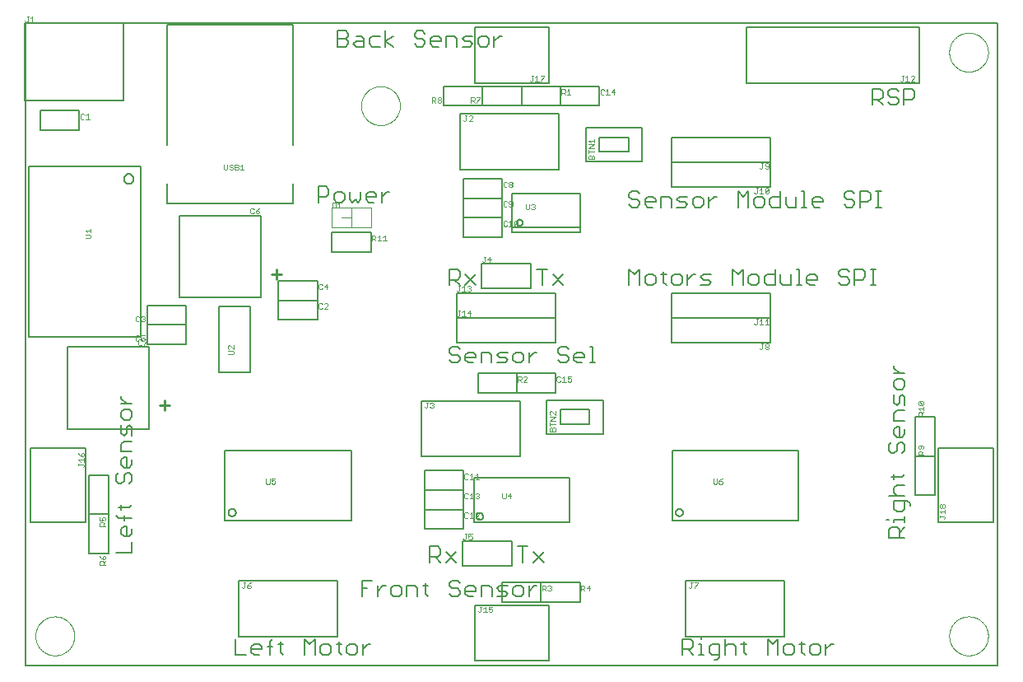
<source format=gto>
G75*
%MOIN*%
%OFA0B0*%
%FSLAX25Y25*%
%IPPOS*%
%LPD*%
%AMOC8*
5,1,8,0,0,1.08239X$1,22.5*
%
%ADD10C,0.00500*%
%ADD11C,0.00000*%
%ADD12C,0.00600*%
%ADD13C,0.00200*%
%ADD14C,0.01000*%
%ADD15C,0.00236*%
D10*
X0003394Y0001250D02*
X0003394Y0261093D01*
X0397094Y0261093D01*
X0397094Y0001250D01*
X0003394Y0001250D01*
X0028984Y0046526D02*
X0036858Y0046526D01*
X0036858Y0062274D01*
X0028984Y0062274D01*
X0028984Y0046526D01*
X0027685Y0059085D02*
X0005165Y0059085D01*
X0005165Y0089085D01*
X0027685Y0089085D01*
X0027685Y0059085D01*
X0028984Y0062274D02*
X0036858Y0062274D01*
X0036858Y0078022D01*
X0028984Y0078022D01*
X0028984Y0062274D01*
X0020323Y0096919D02*
X0053394Y0096919D01*
X0053394Y0129990D01*
X0020323Y0129990D01*
X0020323Y0096919D01*
X0052606Y0131171D02*
X0068354Y0131171D01*
X0068354Y0139045D01*
X0052606Y0139045D01*
X0052606Y0131171D01*
X0050047Y0134203D02*
X0050047Y0203100D01*
X0004772Y0203100D01*
X0004772Y0134203D01*
X0050047Y0134203D01*
X0052606Y0139045D02*
X0068354Y0139045D01*
X0068354Y0146919D01*
X0052606Y0146919D01*
X0052606Y0139045D01*
X0065598Y0150069D02*
X0098669Y0150069D01*
X0098669Y0183140D01*
X0065598Y0183140D01*
X0065598Y0150069D01*
X0081740Y0146526D02*
X0081740Y0119754D01*
X0094339Y0119754D01*
X0094339Y0146526D01*
X0081740Y0146526D01*
X0105756Y0148888D02*
X0105756Y0141014D01*
X0121504Y0141014D01*
X0121504Y0148888D01*
X0121504Y0156762D01*
X0105756Y0156762D01*
X0105756Y0148888D01*
X0121504Y0148888D01*
X0105756Y0148888D01*
X0127409Y0168573D02*
X0127409Y0176447D01*
X0143157Y0176447D01*
X0143157Y0168573D01*
X0127409Y0168573D01*
X0111661Y0188258D02*
X0060480Y0188258D01*
X0060480Y0196132D01*
X0043157Y0198100D02*
X0043159Y0198188D01*
X0043165Y0198276D01*
X0043175Y0198364D01*
X0043189Y0198452D01*
X0043206Y0198538D01*
X0043228Y0198624D01*
X0043253Y0198708D01*
X0043283Y0198792D01*
X0043315Y0198874D01*
X0043352Y0198954D01*
X0043392Y0199033D01*
X0043436Y0199110D01*
X0043483Y0199185D01*
X0043533Y0199257D01*
X0043587Y0199328D01*
X0043643Y0199395D01*
X0043703Y0199461D01*
X0043765Y0199523D01*
X0043831Y0199583D01*
X0043898Y0199639D01*
X0043969Y0199693D01*
X0044041Y0199743D01*
X0044116Y0199790D01*
X0044193Y0199834D01*
X0044272Y0199874D01*
X0044352Y0199911D01*
X0044434Y0199943D01*
X0044518Y0199973D01*
X0044602Y0199998D01*
X0044688Y0200020D01*
X0044774Y0200037D01*
X0044862Y0200051D01*
X0044950Y0200061D01*
X0045038Y0200067D01*
X0045126Y0200069D01*
X0045214Y0200067D01*
X0045302Y0200061D01*
X0045390Y0200051D01*
X0045478Y0200037D01*
X0045564Y0200020D01*
X0045650Y0199998D01*
X0045734Y0199973D01*
X0045818Y0199943D01*
X0045900Y0199911D01*
X0045980Y0199874D01*
X0046059Y0199834D01*
X0046136Y0199790D01*
X0046211Y0199743D01*
X0046283Y0199693D01*
X0046354Y0199639D01*
X0046421Y0199583D01*
X0046487Y0199523D01*
X0046549Y0199461D01*
X0046609Y0199395D01*
X0046665Y0199328D01*
X0046719Y0199257D01*
X0046769Y0199185D01*
X0046816Y0199110D01*
X0046860Y0199033D01*
X0046900Y0198954D01*
X0046937Y0198874D01*
X0046969Y0198792D01*
X0046999Y0198708D01*
X0047024Y0198624D01*
X0047046Y0198538D01*
X0047063Y0198452D01*
X0047077Y0198364D01*
X0047087Y0198276D01*
X0047093Y0198188D01*
X0047095Y0198100D01*
X0047093Y0198012D01*
X0047087Y0197924D01*
X0047077Y0197836D01*
X0047063Y0197748D01*
X0047046Y0197662D01*
X0047024Y0197576D01*
X0046999Y0197492D01*
X0046969Y0197408D01*
X0046937Y0197326D01*
X0046900Y0197246D01*
X0046860Y0197167D01*
X0046816Y0197090D01*
X0046769Y0197015D01*
X0046719Y0196943D01*
X0046665Y0196872D01*
X0046609Y0196805D01*
X0046549Y0196739D01*
X0046487Y0196677D01*
X0046421Y0196617D01*
X0046354Y0196561D01*
X0046283Y0196507D01*
X0046211Y0196457D01*
X0046136Y0196410D01*
X0046059Y0196366D01*
X0045980Y0196326D01*
X0045900Y0196289D01*
X0045818Y0196257D01*
X0045734Y0196227D01*
X0045650Y0196202D01*
X0045564Y0196180D01*
X0045478Y0196163D01*
X0045390Y0196149D01*
X0045302Y0196139D01*
X0045214Y0196133D01*
X0045126Y0196131D01*
X0045038Y0196133D01*
X0044950Y0196139D01*
X0044862Y0196149D01*
X0044774Y0196163D01*
X0044688Y0196180D01*
X0044602Y0196202D01*
X0044518Y0196227D01*
X0044434Y0196257D01*
X0044352Y0196289D01*
X0044272Y0196326D01*
X0044193Y0196366D01*
X0044116Y0196410D01*
X0044041Y0196457D01*
X0043969Y0196507D01*
X0043898Y0196561D01*
X0043831Y0196617D01*
X0043765Y0196677D01*
X0043703Y0196739D01*
X0043643Y0196805D01*
X0043587Y0196872D01*
X0043533Y0196943D01*
X0043483Y0197015D01*
X0043436Y0197090D01*
X0043392Y0197167D01*
X0043352Y0197246D01*
X0043315Y0197326D01*
X0043283Y0197408D01*
X0043253Y0197492D01*
X0043228Y0197576D01*
X0043206Y0197662D01*
X0043189Y0197748D01*
X0043175Y0197836D01*
X0043165Y0197924D01*
X0043159Y0198012D01*
X0043157Y0198100D01*
X0060480Y0211880D02*
X0060480Y0260305D01*
X0111661Y0260305D01*
X0111661Y0211880D01*
X0111661Y0196132D02*
X0111661Y0188258D01*
X0172685Y0227628D02*
X0188433Y0227628D01*
X0188433Y0235502D01*
X0172685Y0235502D01*
X0172685Y0227628D01*
X0179457Y0224360D02*
X0219457Y0224360D01*
X0219457Y0201841D01*
X0179457Y0201841D01*
X0179457Y0224360D01*
X0188433Y0227628D02*
X0204181Y0227628D01*
X0204181Y0235502D01*
X0188433Y0235502D01*
X0188433Y0227628D01*
X0185244Y0236801D02*
X0185244Y0259321D01*
X0215244Y0259321D01*
X0215244Y0236801D01*
X0185244Y0236801D01*
X0204181Y0235502D02*
X0204181Y0227628D01*
X0219929Y0227628D01*
X0219929Y0235502D01*
X0235677Y0235502D01*
X0235677Y0227628D01*
X0219929Y0227628D01*
X0219929Y0235502D01*
X0204181Y0235502D01*
X0230165Y0218770D02*
X0253000Y0218770D01*
X0253000Y0204990D01*
X0230165Y0204990D01*
X0230165Y0218770D01*
X0235677Y0214833D02*
X0247488Y0214833D01*
X0247488Y0208927D01*
X0235677Y0208927D01*
X0235677Y0214833D01*
X0264890Y0214911D02*
X0264890Y0204911D01*
X0264890Y0194911D01*
X0304890Y0194911D01*
X0304890Y0204911D01*
X0264890Y0204911D01*
X0304890Y0204911D01*
X0304890Y0214911D01*
X0264890Y0214911D01*
X0295165Y0236801D02*
X0365165Y0236801D01*
X0365165Y0259321D01*
X0295165Y0259321D01*
X0295165Y0236801D01*
X0227803Y0192195D02*
X0227803Y0178415D01*
X0200244Y0178415D01*
X0200244Y0192195D01*
X0227803Y0192195D01*
X0227803Y0178415D02*
X0227803Y0176447D01*
X0200244Y0176447D01*
X0200244Y0178415D01*
X0202149Y0180384D02*
X0202151Y0180454D01*
X0202157Y0180525D01*
X0202167Y0180594D01*
X0202181Y0180663D01*
X0202199Y0180732D01*
X0202220Y0180799D01*
X0202245Y0180865D01*
X0202274Y0180929D01*
X0202307Y0180991D01*
X0202343Y0181052D01*
X0202383Y0181110D01*
X0202425Y0181166D01*
X0202471Y0181220D01*
X0202520Y0181271D01*
X0202571Y0181319D01*
X0202626Y0181364D01*
X0202682Y0181406D01*
X0202741Y0181444D01*
X0202802Y0181479D01*
X0202865Y0181511D01*
X0202930Y0181539D01*
X0202996Y0181564D01*
X0203063Y0181584D01*
X0203132Y0181601D01*
X0203201Y0181614D01*
X0203271Y0181623D01*
X0203341Y0181628D01*
X0203412Y0181629D01*
X0203482Y0181626D01*
X0203552Y0181619D01*
X0203622Y0181608D01*
X0203691Y0181593D01*
X0203759Y0181574D01*
X0203825Y0181552D01*
X0203891Y0181526D01*
X0203955Y0181496D01*
X0204017Y0181462D01*
X0204077Y0181425D01*
X0204134Y0181385D01*
X0204190Y0181341D01*
X0204243Y0181295D01*
X0204293Y0181245D01*
X0204340Y0181193D01*
X0204384Y0181138D01*
X0204425Y0181081D01*
X0204463Y0181022D01*
X0204498Y0180960D01*
X0204528Y0180897D01*
X0204556Y0180832D01*
X0204579Y0180765D01*
X0204599Y0180698D01*
X0204615Y0180629D01*
X0204627Y0180560D01*
X0204635Y0180490D01*
X0204639Y0180419D01*
X0204639Y0180349D01*
X0204635Y0180278D01*
X0204627Y0180208D01*
X0204615Y0180139D01*
X0204599Y0180070D01*
X0204579Y0180003D01*
X0204556Y0179936D01*
X0204528Y0179871D01*
X0204498Y0179808D01*
X0204463Y0179746D01*
X0204425Y0179687D01*
X0204384Y0179630D01*
X0204340Y0179575D01*
X0204293Y0179523D01*
X0204243Y0179473D01*
X0204190Y0179427D01*
X0204134Y0179383D01*
X0204077Y0179343D01*
X0204016Y0179306D01*
X0203955Y0179272D01*
X0203891Y0179242D01*
X0203825Y0179216D01*
X0203759Y0179194D01*
X0203691Y0179175D01*
X0203622Y0179160D01*
X0203552Y0179149D01*
X0203482Y0179142D01*
X0203412Y0179139D01*
X0203341Y0179140D01*
X0203271Y0179145D01*
X0203201Y0179154D01*
X0203132Y0179167D01*
X0203063Y0179184D01*
X0202996Y0179204D01*
X0202930Y0179229D01*
X0202865Y0179257D01*
X0202802Y0179289D01*
X0202741Y0179324D01*
X0202682Y0179362D01*
X0202626Y0179404D01*
X0202571Y0179449D01*
X0202520Y0179497D01*
X0202471Y0179548D01*
X0202425Y0179602D01*
X0202383Y0179658D01*
X0202343Y0179716D01*
X0202307Y0179777D01*
X0202274Y0179839D01*
X0202245Y0179903D01*
X0202220Y0179969D01*
X0202199Y0180036D01*
X0202181Y0180105D01*
X0202167Y0180174D01*
X0202157Y0180243D01*
X0202151Y0180314D01*
X0202149Y0180384D01*
X0196307Y0182352D02*
X0180559Y0182352D01*
X0180559Y0174478D01*
X0196307Y0174478D01*
X0196307Y0182352D01*
X0196307Y0190226D01*
X0180559Y0190226D01*
X0180559Y0182352D01*
X0196307Y0182352D01*
X0196307Y0190226D02*
X0196307Y0198100D01*
X0180559Y0198100D01*
X0180559Y0190226D01*
X0196307Y0190226D01*
X0187882Y0163730D02*
X0207882Y0163730D01*
X0207882Y0153730D01*
X0187882Y0153730D01*
X0187882Y0163730D01*
X0177882Y0151919D02*
X0217882Y0151919D01*
X0217882Y0141919D01*
X0177882Y0141919D01*
X0177882Y0131919D01*
X0217882Y0131919D01*
X0217882Y0141919D01*
X0177882Y0141919D01*
X0177882Y0151919D01*
X0186465Y0119360D02*
X0186465Y0111486D01*
X0202213Y0111486D01*
X0202213Y0119360D01*
X0217961Y0119360D01*
X0217961Y0111486D01*
X0202213Y0111486D01*
X0202213Y0119360D01*
X0186465Y0119360D01*
X0203709Y0108219D02*
X0163709Y0108219D01*
X0163709Y0085699D01*
X0203709Y0085699D01*
X0203709Y0108219D01*
X0214417Y0108533D02*
X0237252Y0108533D01*
X0237252Y0094754D01*
X0214417Y0094754D01*
X0214417Y0108533D01*
X0219929Y0104596D02*
X0231740Y0104596D01*
X0231740Y0098691D01*
X0219929Y0098691D01*
X0219929Y0104596D01*
X0223472Y0077234D02*
X0184890Y0077234D01*
X0184890Y0059124D01*
X0223472Y0059124D01*
X0223472Y0077234D01*
X0185832Y0061486D02*
X0185834Y0061561D01*
X0185840Y0061636D01*
X0185850Y0061710D01*
X0185864Y0061784D01*
X0185881Y0061857D01*
X0185903Y0061928D01*
X0185928Y0061999D01*
X0185957Y0062068D01*
X0185989Y0062136D01*
X0186025Y0062201D01*
X0186065Y0062265D01*
X0186108Y0062327D01*
X0186154Y0062386D01*
X0186203Y0062443D01*
X0186255Y0062497D01*
X0186309Y0062548D01*
X0186367Y0062596D01*
X0186426Y0062641D01*
X0186489Y0062683D01*
X0186553Y0062722D01*
X0186619Y0062757D01*
X0186687Y0062789D01*
X0186757Y0062817D01*
X0186827Y0062841D01*
X0186900Y0062862D01*
X0186973Y0062878D01*
X0187047Y0062891D01*
X0187121Y0062900D01*
X0187196Y0062905D01*
X0187271Y0062906D01*
X0187346Y0062903D01*
X0187420Y0062896D01*
X0187494Y0062885D01*
X0187568Y0062870D01*
X0187641Y0062852D01*
X0187712Y0062829D01*
X0187782Y0062803D01*
X0187851Y0062773D01*
X0187918Y0062740D01*
X0187984Y0062703D01*
X0188047Y0062663D01*
X0188108Y0062619D01*
X0188166Y0062572D01*
X0188222Y0062523D01*
X0188276Y0062470D01*
X0188326Y0062415D01*
X0188374Y0062357D01*
X0188418Y0062296D01*
X0188459Y0062234D01*
X0188497Y0062169D01*
X0188531Y0062102D01*
X0188562Y0062034D01*
X0188589Y0061964D01*
X0188613Y0061893D01*
X0188632Y0061820D01*
X0188648Y0061747D01*
X0188660Y0061673D01*
X0188668Y0061598D01*
X0188672Y0061523D01*
X0188672Y0061449D01*
X0188668Y0061374D01*
X0188660Y0061299D01*
X0188648Y0061225D01*
X0188632Y0061152D01*
X0188613Y0061079D01*
X0188589Y0061008D01*
X0188562Y0060938D01*
X0188531Y0060870D01*
X0188497Y0060803D01*
X0188459Y0060738D01*
X0188418Y0060676D01*
X0188374Y0060615D01*
X0188326Y0060557D01*
X0188276Y0060502D01*
X0188222Y0060449D01*
X0188166Y0060400D01*
X0188108Y0060353D01*
X0188047Y0060309D01*
X0187984Y0060269D01*
X0187918Y0060232D01*
X0187851Y0060199D01*
X0187782Y0060169D01*
X0187712Y0060143D01*
X0187641Y0060120D01*
X0187568Y0060102D01*
X0187494Y0060087D01*
X0187420Y0060076D01*
X0187346Y0060069D01*
X0187271Y0060066D01*
X0187196Y0060067D01*
X0187121Y0060072D01*
X0187047Y0060081D01*
X0186973Y0060094D01*
X0186900Y0060110D01*
X0186827Y0060131D01*
X0186757Y0060155D01*
X0186687Y0060183D01*
X0186619Y0060215D01*
X0186553Y0060250D01*
X0186489Y0060289D01*
X0186426Y0060331D01*
X0186367Y0060376D01*
X0186309Y0060424D01*
X0186255Y0060475D01*
X0186203Y0060529D01*
X0186154Y0060586D01*
X0186108Y0060645D01*
X0186065Y0060707D01*
X0186025Y0060771D01*
X0185989Y0060836D01*
X0185957Y0060904D01*
X0185928Y0060973D01*
X0185903Y0061044D01*
X0185881Y0061115D01*
X0185864Y0061188D01*
X0185850Y0061262D01*
X0185840Y0061336D01*
X0185834Y0061411D01*
X0185832Y0061486D01*
X0180559Y0064242D02*
X0180559Y0072116D01*
X0164811Y0072116D01*
X0164811Y0064242D01*
X0180559Y0064242D01*
X0164811Y0064242D01*
X0164811Y0056368D01*
X0180559Y0056368D01*
X0180559Y0064242D01*
X0180559Y0072116D02*
X0180559Y0079990D01*
X0164811Y0079990D01*
X0164811Y0072116D01*
X0180559Y0072116D01*
X0180205Y0051526D02*
X0200205Y0051526D01*
X0200205Y0041526D01*
X0180205Y0041526D01*
X0180205Y0051526D01*
X0196307Y0034715D02*
X0196307Y0026841D01*
X0212055Y0026841D01*
X0212055Y0034715D01*
X0227803Y0034715D01*
X0227803Y0026841D01*
X0212055Y0026841D01*
X0212055Y0034715D01*
X0196307Y0034715D01*
X0185244Y0025541D02*
X0215244Y0025541D01*
X0215244Y0003022D01*
X0185244Y0003022D01*
X0185244Y0025541D01*
X0135283Y0059911D02*
X0084102Y0059911D01*
X0084102Y0088258D01*
X0135283Y0088258D01*
X0135283Y0059911D01*
X0129693Y0035384D02*
X0089693Y0035384D01*
X0089693Y0012864D01*
X0129693Y0012864D01*
X0129693Y0035384D01*
X0085556Y0063061D02*
X0085558Y0063138D01*
X0085564Y0063215D01*
X0085574Y0063292D01*
X0085588Y0063368D01*
X0085605Y0063443D01*
X0085627Y0063517D01*
X0085652Y0063590D01*
X0085681Y0063661D01*
X0085714Y0063731D01*
X0085750Y0063799D01*
X0085790Y0063866D01*
X0085833Y0063930D01*
X0085880Y0063991D01*
X0085929Y0064051D01*
X0085981Y0064107D01*
X0086037Y0064161D01*
X0086095Y0064212D01*
X0086155Y0064260D01*
X0086218Y0064305D01*
X0086283Y0064346D01*
X0086351Y0064384D01*
X0086420Y0064419D01*
X0086490Y0064450D01*
X0086563Y0064477D01*
X0086636Y0064500D01*
X0086711Y0064520D01*
X0086786Y0064536D01*
X0086863Y0064548D01*
X0086939Y0064556D01*
X0087016Y0064560D01*
X0087094Y0064560D01*
X0087171Y0064556D01*
X0087247Y0064548D01*
X0087324Y0064536D01*
X0087399Y0064520D01*
X0087474Y0064500D01*
X0087547Y0064477D01*
X0087620Y0064450D01*
X0087690Y0064419D01*
X0087759Y0064384D01*
X0087827Y0064346D01*
X0087892Y0064305D01*
X0087955Y0064260D01*
X0088015Y0064212D01*
X0088073Y0064161D01*
X0088129Y0064107D01*
X0088181Y0064051D01*
X0088230Y0063991D01*
X0088277Y0063930D01*
X0088320Y0063866D01*
X0088360Y0063799D01*
X0088396Y0063731D01*
X0088429Y0063661D01*
X0088458Y0063590D01*
X0088483Y0063517D01*
X0088505Y0063443D01*
X0088522Y0063368D01*
X0088536Y0063292D01*
X0088546Y0063215D01*
X0088552Y0063138D01*
X0088554Y0063061D01*
X0088552Y0062984D01*
X0088546Y0062907D01*
X0088536Y0062830D01*
X0088522Y0062754D01*
X0088505Y0062679D01*
X0088483Y0062605D01*
X0088458Y0062532D01*
X0088429Y0062461D01*
X0088396Y0062391D01*
X0088360Y0062323D01*
X0088320Y0062256D01*
X0088277Y0062192D01*
X0088230Y0062131D01*
X0088181Y0062071D01*
X0088129Y0062015D01*
X0088073Y0061961D01*
X0088015Y0061910D01*
X0087955Y0061862D01*
X0087892Y0061817D01*
X0087827Y0061776D01*
X0087759Y0061738D01*
X0087690Y0061703D01*
X0087620Y0061672D01*
X0087547Y0061645D01*
X0087474Y0061622D01*
X0087399Y0061602D01*
X0087324Y0061586D01*
X0087247Y0061574D01*
X0087171Y0061566D01*
X0087094Y0061562D01*
X0087016Y0061562D01*
X0086939Y0061566D01*
X0086863Y0061574D01*
X0086786Y0061586D01*
X0086711Y0061602D01*
X0086636Y0061622D01*
X0086563Y0061645D01*
X0086490Y0061672D01*
X0086420Y0061703D01*
X0086351Y0061738D01*
X0086283Y0061776D01*
X0086218Y0061817D01*
X0086155Y0061862D01*
X0086095Y0061910D01*
X0086037Y0061961D01*
X0085981Y0062015D01*
X0085929Y0062071D01*
X0085880Y0062131D01*
X0085833Y0062192D01*
X0085790Y0062256D01*
X0085750Y0062323D01*
X0085714Y0062391D01*
X0085681Y0062461D01*
X0085652Y0062532D01*
X0085627Y0062605D01*
X0085605Y0062679D01*
X0085588Y0062754D01*
X0085574Y0062830D01*
X0085564Y0062907D01*
X0085558Y0062984D01*
X0085556Y0063061D01*
X0265205Y0059911D02*
X0316386Y0059911D01*
X0316386Y0088258D01*
X0265205Y0088258D01*
X0265205Y0059911D01*
X0266658Y0063061D02*
X0266660Y0063138D01*
X0266666Y0063215D01*
X0266676Y0063292D01*
X0266690Y0063368D01*
X0266707Y0063443D01*
X0266729Y0063517D01*
X0266754Y0063590D01*
X0266783Y0063661D01*
X0266816Y0063731D01*
X0266852Y0063799D01*
X0266892Y0063866D01*
X0266935Y0063930D01*
X0266982Y0063991D01*
X0267031Y0064051D01*
X0267083Y0064107D01*
X0267139Y0064161D01*
X0267197Y0064212D01*
X0267257Y0064260D01*
X0267320Y0064305D01*
X0267385Y0064346D01*
X0267453Y0064384D01*
X0267522Y0064419D01*
X0267592Y0064450D01*
X0267665Y0064477D01*
X0267738Y0064500D01*
X0267813Y0064520D01*
X0267888Y0064536D01*
X0267965Y0064548D01*
X0268041Y0064556D01*
X0268118Y0064560D01*
X0268196Y0064560D01*
X0268273Y0064556D01*
X0268349Y0064548D01*
X0268426Y0064536D01*
X0268501Y0064520D01*
X0268576Y0064500D01*
X0268649Y0064477D01*
X0268722Y0064450D01*
X0268792Y0064419D01*
X0268861Y0064384D01*
X0268929Y0064346D01*
X0268994Y0064305D01*
X0269057Y0064260D01*
X0269117Y0064212D01*
X0269175Y0064161D01*
X0269231Y0064107D01*
X0269283Y0064051D01*
X0269332Y0063991D01*
X0269379Y0063930D01*
X0269422Y0063866D01*
X0269462Y0063799D01*
X0269498Y0063731D01*
X0269531Y0063661D01*
X0269560Y0063590D01*
X0269585Y0063517D01*
X0269607Y0063443D01*
X0269624Y0063368D01*
X0269638Y0063292D01*
X0269648Y0063215D01*
X0269654Y0063138D01*
X0269656Y0063061D01*
X0269654Y0062984D01*
X0269648Y0062907D01*
X0269638Y0062830D01*
X0269624Y0062754D01*
X0269607Y0062679D01*
X0269585Y0062605D01*
X0269560Y0062532D01*
X0269531Y0062461D01*
X0269498Y0062391D01*
X0269462Y0062323D01*
X0269422Y0062256D01*
X0269379Y0062192D01*
X0269332Y0062131D01*
X0269283Y0062071D01*
X0269231Y0062015D01*
X0269175Y0061961D01*
X0269117Y0061910D01*
X0269057Y0061862D01*
X0268994Y0061817D01*
X0268929Y0061776D01*
X0268861Y0061738D01*
X0268792Y0061703D01*
X0268722Y0061672D01*
X0268649Y0061645D01*
X0268576Y0061622D01*
X0268501Y0061602D01*
X0268426Y0061586D01*
X0268349Y0061574D01*
X0268273Y0061566D01*
X0268196Y0061562D01*
X0268118Y0061562D01*
X0268041Y0061566D01*
X0267965Y0061574D01*
X0267888Y0061586D01*
X0267813Y0061602D01*
X0267738Y0061622D01*
X0267665Y0061645D01*
X0267592Y0061672D01*
X0267522Y0061703D01*
X0267453Y0061738D01*
X0267385Y0061776D01*
X0267320Y0061817D01*
X0267257Y0061862D01*
X0267197Y0061910D01*
X0267139Y0061961D01*
X0267083Y0062015D01*
X0267031Y0062071D01*
X0266982Y0062131D01*
X0266935Y0062192D01*
X0266892Y0062256D01*
X0266852Y0062323D01*
X0266816Y0062391D01*
X0266783Y0062461D01*
X0266754Y0062532D01*
X0266729Y0062605D01*
X0266707Y0062679D01*
X0266690Y0062754D01*
X0266676Y0062830D01*
X0266666Y0062907D01*
X0266660Y0062984D01*
X0266658Y0063061D01*
X0270795Y0035384D02*
X0310795Y0035384D01*
X0310795Y0012864D01*
X0270795Y0012864D01*
X0270795Y0035384D01*
X0363630Y0070148D02*
X0371504Y0070148D01*
X0371504Y0085896D01*
X0363630Y0085896D01*
X0363630Y0101644D01*
X0371504Y0101644D01*
X0371504Y0085896D01*
X0363630Y0085896D01*
X0363630Y0070148D01*
X0372803Y0059085D02*
X0372803Y0089085D01*
X0395323Y0089085D01*
X0395323Y0059085D01*
X0372803Y0059085D01*
X0304890Y0131919D02*
X0264890Y0131919D01*
X0264890Y0141919D01*
X0304890Y0141919D01*
X0304890Y0151919D01*
X0264890Y0151919D01*
X0264890Y0141919D01*
X0304890Y0141919D01*
X0304890Y0131919D01*
X0043079Y0229596D02*
X0003079Y0229596D01*
X0003079Y0261093D01*
X0043079Y0261093D01*
X0043079Y0229596D01*
X0025047Y0225659D02*
X0009299Y0225659D01*
X0009299Y0217785D01*
X0025047Y0217785D01*
X0025047Y0225659D01*
D11*
X0139220Y0227628D02*
X0139222Y0227821D01*
X0139229Y0228014D01*
X0139241Y0228207D01*
X0139258Y0228400D01*
X0139279Y0228592D01*
X0139305Y0228783D01*
X0139336Y0228974D01*
X0139371Y0229164D01*
X0139411Y0229353D01*
X0139456Y0229541D01*
X0139505Y0229728D01*
X0139559Y0229914D01*
X0139617Y0230098D01*
X0139680Y0230281D01*
X0139748Y0230462D01*
X0139819Y0230641D01*
X0139896Y0230819D01*
X0139976Y0230995D01*
X0140061Y0231168D01*
X0140150Y0231340D01*
X0140243Y0231509D01*
X0140340Y0231676D01*
X0140442Y0231841D01*
X0140547Y0232003D01*
X0140656Y0232162D01*
X0140770Y0232319D01*
X0140887Y0232472D01*
X0141007Y0232623D01*
X0141132Y0232771D01*
X0141260Y0232916D01*
X0141391Y0233057D01*
X0141526Y0233196D01*
X0141665Y0233331D01*
X0141806Y0233462D01*
X0141951Y0233590D01*
X0142099Y0233715D01*
X0142250Y0233835D01*
X0142403Y0233952D01*
X0142560Y0234066D01*
X0142719Y0234175D01*
X0142881Y0234280D01*
X0143046Y0234382D01*
X0143213Y0234479D01*
X0143382Y0234572D01*
X0143554Y0234661D01*
X0143727Y0234746D01*
X0143903Y0234826D01*
X0144081Y0234903D01*
X0144260Y0234974D01*
X0144441Y0235042D01*
X0144624Y0235105D01*
X0144808Y0235163D01*
X0144994Y0235217D01*
X0145181Y0235266D01*
X0145369Y0235311D01*
X0145558Y0235351D01*
X0145748Y0235386D01*
X0145939Y0235417D01*
X0146130Y0235443D01*
X0146322Y0235464D01*
X0146515Y0235481D01*
X0146708Y0235493D01*
X0146901Y0235500D01*
X0147094Y0235502D01*
X0147287Y0235500D01*
X0147480Y0235493D01*
X0147673Y0235481D01*
X0147866Y0235464D01*
X0148058Y0235443D01*
X0148249Y0235417D01*
X0148440Y0235386D01*
X0148630Y0235351D01*
X0148819Y0235311D01*
X0149007Y0235266D01*
X0149194Y0235217D01*
X0149380Y0235163D01*
X0149564Y0235105D01*
X0149747Y0235042D01*
X0149928Y0234974D01*
X0150107Y0234903D01*
X0150285Y0234826D01*
X0150461Y0234746D01*
X0150634Y0234661D01*
X0150806Y0234572D01*
X0150975Y0234479D01*
X0151142Y0234382D01*
X0151307Y0234280D01*
X0151469Y0234175D01*
X0151628Y0234066D01*
X0151785Y0233952D01*
X0151938Y0233835D01*
X0152089Y0233715D01*
X0152237Y0233590D01*
X0152382Y0233462D01*
X0152523Y0233331D01*
X0152662Y0233196D01*
X0152797Y0233057D01*
X0152928Y0232916D01*
X0153056Y0232771D01*
X0153181Y0232623D01*
X0153301Y0232472D01*
X0153418Y0232319D01*
X0153532Y0232162D01*
X0153641Y0232003D01*
X0153746Y0231841D01*
X0153848Y0231676D01*
X0153945Y0231509D01*
X0154038Y0231340D01*
X0154127Y0231168D01*
X0154212Y0230995D01*
X0154292Y0230819D01*
X0154369Y0230641D01*
X0154440Y0230462D01*
X0154508Y0230281D01*
X0154571Y0230098D01*
X0154629Y0229914D01*
X0154683Y0229728D01*
X0154732Y0229541D01*
X0154777Y0229353D01*
X0154817Y0229164D01*
X0154852Y0228974D01*
X0154883Y0228783D01*
X0154909Y0228592D01*
X0154930Y0228400D01*
X0154947Y0228207D01*
X0154959Y0228014D01*
X0154966Y0227821D01*
X0154968Y0227628D01*
X0154966Y0227435D01*
X0154959Y0227242D01*
X0154947Y0227049D01*
X0154930Y0226856D01*
X0154909Y0226664D01*
X0154883Y0226473D01*
X0154852Y0226282D01*
X0154817Y0226092D01*
X0154777Y0225903D01*
X0154732Y0225715D01*
X0154683Y0225528D01*
X0154629Y0225342D01*
X0154571Y0225158D01*
X0154508Y0224975D01*
X0154440Y0224794D01*
X0154369Y0224615D01*
X0154292Y0224437D01*
X0154212Y0224261D01*
X0154127Y0224088D01*
X0154038Y0223916D01*
X0153945Y0223747D01*
X0153848Y0223580D01*
X0153746Y0223415D01*
X0153641Y0223253D01*
X0153532Y0223094D01*
X0153418Y0222937D01*
X0153301Y0222784D01*
X0153181Y0222633D01*
X0153056Y0222485D01*
X0152928Y0222340D01*
X0152797Y0222199D01*
X0152662Y0222060D01*
X0152523Y0221925D01*
X0152382Y0221794D01*
X0152237Y0221666D01*
X0152089Y0221541D01*
X0151938Y0221421D01*
X0151785Y0221304D01*
X0151628Y0221190D01*
X0151469Y0221081D01*
X0151307Y0220976D01*
X0151142Y0220874D01*
X0150975Y0220777D01*
X0150806Y0220684D01*
X0150634Y0220595D01*
X0150461Y0220510D01*
X0150285Y0220430D01*
X0150107Y0220353D01*
X0149928Y0220282D01*
X0149747Y0220214D01*
X0149564Y0220151D01*
X0149380Y0220093D01*
X0149194Y0220039D01*
X0149007Y0219990D01*
X0148819Y0219945D01*
X0148630Y0219905D01*
X0148440Y0219870D01*
X0148249Y0219839D01*
X0148058Y0219813D01*
X0147866Y0219792D01*
X0147673Y0219775D01*
X0147480Y0219763D01*
X0147287Y0219756D01*
X0147094Y0219754D01*
X0146901Y0219756D01*
X0146708Y0219763D01*
X0146515Y0219775D01*
X0146322Y0219792D01*
X0146130Y0219813D01*
X0145939Y0219839D01*
X0145748Y0219870D01*
X0145558Y0219905D01*
X0145369Y0219945D01*
X0145181Y0219990D01*
X0144994Y0220039D01*
X0144808Y0220093D01*
X0144624Y0220151D01*
X0144441Y0220214D01*
X0144260Y0220282D01*
X0144081Y0220353D01*
X0143903Y0220430D01*
X0143727Y0220510D01*
X0143554Y0220595D01*
X0143382Y0220684D01*
X0143213Y0220777D01*
X0143046Y0220874D01*
X0142881Y0220976D01*
X0142719Y0221081D01*
X0142560Y0221190D01*
X0142403Y0221304D01*
X0142250Y0221421D01*
X0142099Y0221541D01*
X0141951Y0221666D01*
X0141806Y0221794D01*
X0141665Y0221925D01*
X0141526Y0222060D01*
X0141391Y0222199D01*
X0141260Y0222340D01*
X0141132Y0222485D01*
X0141007Y0222633D01*
X0140887Y0222784D01*
X0140770Y0222937D01*
X0140656Y0223094D01*
X0140547Y0223253D01*
X0140442Y0223415D01*
X0140340Y0223580D01*
X0140243Y0223747D01*
X0140150Y0223916D01*
X0140061Y0224088D01*
X0139976Y0224261D01*
X0139896Y0224437D01*
X0139819Y0224615D01*
X0139748Y0224794D01*
X0139680Y0224975D01*
X0139617Y0225158D01*
X0139559Y0225342D01*
X0139505Y0225528D01*
X0139456Y0225715D01*
X0139411Y0225903D01*
X0139371Y0226092D01*
X0139336Y0226282D01*
X0139305Y0226473D01*
X0139279Y0226664D01*
X0139258Y0226856D01*
X0139241Y0227049D01*
X0139229Y0227242D01*
X0139222Y0227435D01*
X0139220Y0227628D01*
X0377409Y0249281D02*
X0377411Y0249474D01*
X0377418Y0249667D01*
X0377430Y0249860D01*
X0377447Y0250053D01*
X0377468Y0250245D01*
X0377494Y0250436D01*
X0377525Y0250627D01*
X0377560Y0250817D01*
X0377600Y0251006D01*
X0377645Y0251194D01*
X0377694Y0251381D01*
X0377748Y0251567D01*
X0377806Y0251751D01*
X0377869Y0251934D01*
X0377937Y0252115D01*
X0378008Y0252294D01*
X0378085Y0252472D01*
X0378165Y0252648D01*
X0378250Y0252821D01*
X0378339Y0252993D01*
X0378432Y0253162D01*
X0378529Y0253329D01*
X0378631Y0253494D01*
X0378736Y0253656D01*
X0378845Y0253815D01*
X0378959Y0253972D01*
X0379076Y0254125D01*
X0379196Y0254276D01*
X0379321Y0254424D01*
X0379449Y0254569D01*
X0379580Y0254710D01*
X0379715Y0254849D01*
X0379854Y0254984D01*
X0379995Y0255115D01*
X0380140Y0255243D01*
X0380288Y0255368D01*
X0380439Y0255488D01*
X0380592Y0255605D01*
X0380749Y0255719D01*
X0380908Y0255828D01*
X0381070Y0255933D01*
X0381235Y0256035D01*
X0381402Y0256132D01*
X0381571Y0256225D01*
X0381743Y0256314D01*
X0381916Y0256399D01*
X0382092Y0256479D01*
X0382270Y0256556D01*
X0382449Y0256627D01*
X0382630Y0256695D01*
X0382813Y0256758D01*
X0382997Y0256816D01*
X0383183Y0256870D01*
X0383370Y0256919D01*
X0383558Y0256964D01*
X0383747Y0257004D01*
X0383937Y0257039D01*
X0384128Y0257070D01*
X0384319Y0257096D01*
X0384511Y0257117D01*
X0384704Y0257134D01*
X0384897Y0257146D01*
X0385090Y0257153D01*
X0385283Y0257155D01*
X0385476Y0257153D01*
X0385669Y0257146D01*
X0385862Y0257134D01*
X0386055Y0257117D01*
X0386247Y0257096D01*
X0386438Y0257070D01*
X0386629Y0257039D01*
X0386819Y0257004D01*
X0387008Y0256964D01*
X0387196Y0256919D01*
X0387383Y0256870D01*
X0387569Y0256816D01*
X0387753Y0256758D01*
X0387936Y0256695D01*
X0388117Y0256627D01*
X0388296Y0256556D01*
X0388474Y0256479D01*
X0388650Y0256399D01*
X0388823Y0256314D01*
X0388995Y0256225D01*
X0389164Y0256132D01*
X0389331Y0256035D01*
X0389496Y0255933D01*
X0389658Y0255828D01*
X0389817Y0255719D01*
X0389974Y0255605D01*
X0390127Y0255488D01*
X0390278Y0255368D01*
X0390426Y0255243D01*
X0390571Y0255115D01*
X0390712Y0254984D01*
X0390851Y0254849D01*
X0390986Y0254710D01*
X0391117Y0254569D01*
X0391245Y0254424D01*
X0391370Y0254276D01*
X0391490Y0254125D01*
X0391607Y0253972D01*
X0391721Y0253815D01*
X0391830Y0253656D01*
X0391935Y0253494D01*
X0392037Y0253329D01*
X0392134Y0253162D01*
X0392227Y0252993D01*
X0392316Y0252821D01*
X0392401Y0252648D01*
X0392481Y0252472D01*
X0392558Y0252294D01*
X0392629Y0252115D01*
X0392697Y0251934D01*
X0392760Y0251751D01*
X0392818Y0251567D01*
X0392872Y0251381D01*
X0392921Y0251194D01*
X0392966Y0251006D01*
X0393006Y0250817D01*
X0393041Y0250627D01*
X0393072Y0250436D01*
X0393098Y0250245D01*
X0393119Y0250053D01*
X0393136Y0249860D01*
X0393148Y0249667D01*
X0393155Y0249474D01*
X0393157Y0249281D01*
X0393155Y0249088D01*
X0393148Y0248895D01*
X0393136Y0248702D01*
X0393119Y0248509D01*
X0393098Y0248317D01*
X0393072Y0248126D01*
X0393041Y0247935D01*
X0393006Y0247745D01*
X0392966Y0247556D01*
X0392921Y0247368D01*
X0392872Y0247181D01*
X0392818Y0246995D01*
X0392760Y0246811D01*
X0392697Y0246628D01*
X0392629Y0246447D01*
X0392558Y0246268D01*
X0392481Y0246090D01*
X0392401Y0245914D01*
X0392316Y0245741D01*
X0392227Y0245569D01*
X0392134Y0245400D01*
X0392037Y0245233D01*
X0391935Y0245068D01*
X0391830Y0244906D01*
X0391721Y0244747D01*
X0391607Y0244590D01*
X0391490Y0244437D01*
X0391370Y0244286D01*
X0391245Y0244138D01*
X0391117Y0243993D01*
X0390986Y0243852D01*
X0390851Y0243713D01*
X0390712Y0243578D01*
X0390571Y0243447D01*
X0390426Y0243319D01*
X0390278Y0243194D01*
X0390127Y0243074D01*
X0389974Y0242957D01*
X0389817Y0242843D01*
X0389658Y0242734D01*
X0389496Y0242629D01*
X0389331Y0242527D01*
X0389164Y0242430D01*
X0388995Y0242337D01*
X0388823Y0242248D01*
X0388650Y0242163D01*
X0388474Y0242083D01*
X0388296Y0242006D01*
X0388117Y0241935D01*
X0387936Y0241867D01*
X0387753Y0241804D01*
X0387569Y0241746D01*
X0387383Y0241692D01*
X0387196Y0241643D01*
X0387008Y0241598D01*
X0386819Y0241558D01*
X0386629Y0241523D01*
X0386438Y0241492D01*
X0386247Y0241466D01*
X0386055Y0241445D01*
X0385862Y0241428D01*
X0385669Y0241416D01*
X0385476Y0241409D01*
X0385283Y0241407D01*
X0385090Y0241409D01*
X0384897Y0241416D01*
X0384704Y0241428D01*
X0384511Y0241445D01*
X0384319Y0241466D01*
X0384128Y0241492D01*
X0383937Y0241523D01*
X0383747Y0241558D01*
X0383558Y0241598D01*
X0383370Y0241643D01*
X0383183Y0241692D01*
X0382997Y0241746D01*
X0382813Y0241804D01*
X0382630Y0241867D01*
X0382449Y0241935D01*
X0382270Y0242006D01*
X0382092Y0242083D01*
X0381916Y0242163D01*
X0381743Y0242248D01*
X0381571Y0242337D01*
X0381402Y0242430D01*
X0381235Y0242527D01*
X0381070Y0242629D01*
X0380908Y0242734D01*
X0380749Y0242843D01*
X0380592Y0242957D01*
X0380439Y0243074D01*
X0380288Y0243194D01*
X0380140Y0243319D01*
X0379995Y0243447D01*
X0379854Y0243578D01*
X0379715Y0243713D01*
X0379580Y0243852D01*
X0379449Y0243993D01*
X0379321Y0244138D01*
X0379196Y0244286D01*
X0379076Y0244437D01*
X0378959Y0244590D01*
X0378845Y0244747D01*
X0378736Y0244906D01*
X0378631Y0245068D01*
X0378529Y0245233D01*
X0378432Y0245400D01*
X0378339Y0245569D01*
X0378250Y0245741D01*
X0378165Y0245914D01*
X0378085Y0246090D01*
X0378008Y0246268D01*
X0377937Y0246447D01*
X0377869Y0246628D01*
X0377806Y0246811D01*
X0377748Y0246995D01*
X0377694Y0247181D01*
X0377645Y0247368D01*
X0377600Y0247556D01*
X0377560Y0247745D01*
X0377525Y0247935D01*
X0377494Y0248126D01*
X0377468Y0248317D01*
X0377447Y0248509D01*
X0377430Y0248702D01*
X0377418Y0248895D01*
X0377411Y0249088D01*
X0377409Y0249281D01*
X0377409Y0013061D02*
X0377411Y0013254D01*
X0377418Y0013447D01*
X0377430Y0013640D01*
X0377447Y0013833D01*
X0377468Y0014025D01*
X0377494Y0014216D01*
X0377525Y0014407D01*
X0377560Y0014597D01*
X0377600Y0014786D01*
X0377645Y0014974D01*
X0377694Y0015161D01*
X0377748Y0015347D01*
X0377806Y0015531D01*
X0377869Y0015714D01*
X0377937Y0015895D01*
X0378008Y0016074D01*
X0378085Y0016252D01*
X0378165Y0016428D01*
X0378250Y0016601D01*
X0378339Y0016773D01*
X0378432Y0016942D01*
X0378529Y0017109D01*
X0378631Y0017274D01*
X0378736Y0017436D01*
X0378845Y0017595D01*
X0378959Y0017752D01*
X0379076Y0017905D01*
X0379196Y0018056D01*
X0379321Y0018204D01*
X0379449Y0018349D01*
X0379580Y0018490D01*
X0379715Y0018629D01*
X0379854Y0018764D01*
X0379995Y0018895D01*
X0380140Y0019023D01*
X0380288Y0019148D01*
X0380439Y0019268D01*
X0380592Y0019385D01*
X0380749Y0019499D01*
X0380908Y0019608D01*
X0381070Y0019713D01*
X0381235Y0019815D01*
X0381402Y0019912D01*
X0381571Y0020005D01*
X0381743Y0020094D01*
X0381916Y0020179D01*
X0382092Y0020259D01*
X0382270Y0020336D01*
X0382449Y0020407D01*
X0382630Y0020475D01*
X0382813Y0020538D01*
X0382997Y0020596D01*
X0383183Y0020650D01*
X0383370Y0020699D01*
X0383558Y0020744D01*
X0383747Y0020784D01*
X0383937Y0020819D01*
X0384128Y0020850D01*
X0384319Y0020876D01*
X0384511Y0020897D01*
X0384704Y0020914D01*
X0384897Y0020926D01*
X0385090Y0020933D01*
X0385283Y0020935D01*
X0385476Y0020933D01*
X0385669Y0020926D01*
X0385862Y0020914D01*
X0386055Y0020897D01*
X0386247Y0020876D01*
X0386438Y0020850D01*
X0386629Y0020819D01*
X0386819Y0020784D01*
X0387008Y0020744D01*
X0387196Y0020699D01*
X0387383Y0020650D01*
X0387569Y0020596D01*
X0387753Y0020538D01*
X0387936Y0020475D01*
X0388117Y0020407D01*
X0388296Y0020336D01*
X0388474Y0020259D01*
X0388650Y0020179D01*
X0388823Y0020094D01*
X0388995Y0020005D01*
X0389164Y0019912D01*
X0389331Y0019815D01*
X0389496Y0019713D01*
X0389658Y0019608D01*
X0389817Y0019499D01*
X0389974Y0019385D01*
X0390127Y0019268D01*
X0390278Y0019148D01*
X0390426Y0019023D01*
X0390571Y0018895D01*
X0390712Y0018764D01*
X0390851Y0018629D01*
X0390986Y0018490D01*
X0391117Y0018349D01*
X0391245Y0018204D01*
X0391370Y0018056D01*
X0391490Y0017905D01*
X0391607Y0017752D01*
X0391721Y0017595D01*
X0391830Y0017436D01*
X0391935Y0017274D01*
X0392037Y0017109D01*
X0392134Y0016942D01*
X0392227Y0016773D01*
X0392316Y0016601D01*
X0392401Y0016428D01*
X0392481Y0016252D01*
X0392558Y0016074D01*
X0392629Y0015895D01*
X0392697Y0015714D01*
X0392760Y0015531D01*
X0392818Y0015347D01*
X0392872Y0015161D01*
X0392921Y0014974D01*
X0392966Y0014786D01*
X0393006Y0014597D01*
X0393041Y0014407D01*
X0393072Y0014216D01*
X0393098Y0014025D01*
X0393119Y0013833D01*
X0393136Y0013640D01*
X0393148Y0013447D01*
X0393155Y0013254D01*
X0393157Y0013061D01*
X0393155Y0012868D01*
X0393148Y0012675D01*
X0393136Y0012482D01*
X0393119Y0012289D01*
X0393098Y0012097D01*
X0393072Y0011906D01*
X0393041Y0011715D01*
X0393006Y0011525D01*
X0392966Y0011336D01*
X0392921Y0011148D01*
X0392872Y0010961D01*
X0392818Y0010775D01*
X0392760Y0010591D01*
X0392697Y0010408D01*
X0392629Y0010227D01*
X0392558Y0010048D01*
X0392481Y0009870D01*
X0392401Y0009694D01*
X0392316Y0009521D01*
X0392227Y0009349D01*
X0392134Y0009180D01*
X0392037Y0009013D01*
X0391935Y0008848D01*
X0391830Y0008686D01*
X0391721Y0008527D01*
X0391607Y0008370D01*
X0391490Y0008217D01*
X0391370Y0008066D01*
X0391245Y0007918D01*
X0391117Y0007773D01*
X0390986Y0007632D01*
X0390851Y0007493D01*
X0390712Y0007358D01*
X0390571Y0007227D01*
X0390426Y0007099D01*
X0390278Y0006974D01*
X0390127Y0006854D01*
X0389974Y0006737D01*
X0389817Y0006623D01*
X0389658Y0006514D01*
X0389496Y0006409D01*
X0389331Y0006307D01*
X0389164Y0006210D01*
X0388995Y0006117D01*
X0388823Y0006028D01*
X0388650Y0005943D01*
X0388474Y0005863D01*
X0388296Y0005786D01*
X0388117Y0005715D01*
X0387936Y0005647D01*
X0387753Y0005584D01*
X0387569Y0005526D01*
X0387383Y0005472D01*
X0387196Y0005423D01*
X0387008Y0005378D01*
X0386819Y0005338D01*
X0386629Y0005303D01*
X0386438Y0005272D01*
X0386247Y0005246D01*
X0386055Y0005225D01*
X0385862Y0005208D01*
X0385669Y0005196D01*
X0385476Y0005189D01*
X0385283Y0005187D01*
X0385090Y0005189D01*
X0384897Y0005196D01*
X0384704Y0005208D01*
X0384511Y0005225D01*
X0384319Y0005246D01*
X0384128Y0005272D01*
X0383937Y0005303D01*
X0383747Y0005338D01*
X0383558Y0005378D01*
X0383370Y0005423D01*
X0383183Y0005472D01*
X0382997Y0005526D01*
X0382813Y0005584D01*
X0382630Y0005647D01*
X0382449Y0005715D01*
X0382270Y0005786D01*
X0382092Y0005863D01*
X0381916Y0005943D01*
X0381743Y0006028D01*
X0381571Y0006117D01*
X0381402Y0006210D01*
X0381235Y0006307D01*
X0381070Y0006409D01*
X0380908Y0006514D01*
X0380749Y0006623D01*
X0380592Y0006737D01*
X0380439Y0006854D01*
X0380288Y0006974D01*
X0380140Y0007099D01*
X0379995Y0007227D01*
X0379854Y0007358D01*
X0379715Y0007493D01*
X0379580Y0007632D01*
X0379449Y0007773D01*
X0379321Y0007918D01*
X0379196Y0008066D01*
X0379076Y0008217D01*
X0378959Y0008370D01*
X0378845Y0008527D01*
X0378736Y0008686D01*
X0378631Y0008848D01*
X0378529Y0009013D01*
X0378432Y0009180D01*
X0378339Y0009349D01*
X0378250Y0009521D01*
X0378165Y0009694D01*
X0378085Y0009870D01*
X0378008Y0010048D01*
X0377937Y0010227D01*
X0377869Y0010408D01*
X0377806Y0010591D01*
X0377748Y0010775D01*
X0377694Y0010961D01*
X0377645Y0011148D01*
X0377600Y0011336D01*
X0377560Y0011525D01*
X0377525Y0011715D01*
X0377494Y0011906D01*
X0377468Y0012097D01*
X0377447Y0012289D01*
X0377430Y0012482D01*
X0377418Y0012675D01*
X0377411Y0012868D01*
X0377409Y0013061D01*
X0007331Y0013061D02*
X0007333Y0013254D01*
X0007340Y0013447D01*
X0007352Y0013640D01*
X0007369Y0013833D01*
X0007390Y0014025D01*
X0007416Y0014216D01*
X0007447Y0014407D01*
X0007482Y0014597D01*
X0007522Y0014786D01*
X0007567Y0014974D01*
X0007616Y0015161D01*
X0007670Y0015347D01*
X0007728Y0015531D01*
X0007791Y0015714D01*
X0007859Y0015895D01*
X0007930Y0016074D01*
X0008007Y0016252D01*
X0008087Y0016428D01*
X0008172Y0016601D01*
X0008261Y0016773D01*
X0008354Y0016942D01*
X0008451Y0017109D01*
X0008553Y0017274D01*
X0008658Y0017436D01*
X0008767Y0017595D01*
X0008881Y0017752D01*
X0008998Y0017905D01*
X0009118Y0018056D01*
X0009243Y0018204D01*
X0009371Y0018349D01*
X0009502Y0018490D01*
X0009637Y0018629D01*
X0009776Y0018764D01*
X0009917Y0018895D01*
X0010062Y0019023D01*
X0010210Y0019148D01*
X0010361Y0019268D01*
X0010514Y0019385D01*
X0010671Y0019499D01*
X0010830Y0019608D01*
X0010992Y0019713D01*
X0011157Y0019815D01*
X0011324Y0019912D01*
X0011493Y0020005D01*
X0011665Y0020094D01*
X0011838Y0020179D01*
X0012014Y0020259D01*
X0012192Y0020336D01*
X0012371Y0020407D01*
X0012552Y0020475D01*
X0012735Y0020538D01*
X0012919Y0020596D01*
X0013105Y0020650D01*
X0013292Y0020699D01*
X0013480Y0020744D01*
X0013669Y0020784D01*
X0013859Y0020819D01*
X0014050Y0020850D01*
X0014241Y0020876D01*
X0014433Y0020897D01*
X0014626Y0020914D01*
X0014819Y0020926D01*
X0015012Y0020933D01*
X0015205Y0020935D01*
X0015398Y0020933D01*
X0015591Y0020926D01*
X0015784Y0020914D01*
X0015977Y0020897D01*
X0016169Y0020876D01*
X0016360Y0020850D01*
X0016551Y0020819D01*
X0016741Y0020784D01*
X0016930Y0020744D01*
X0017118Y0020699D01*
X0017305Y0020650D01*
X0017491Y0020596D01*
X0017675Y0020538D01*
X0017858Y0020475D01*
X0018039Y0020407D01*
X0018218Y0020336D01*
X0018396Y0020259D01*
X0018572Y0020179D01*
X0018745Y0020094D01*
X0018917Y0020005D01*
X0019086Y0019912D01*
X0019253Y0019815D01*
X0019418Y0019713D01*
X0019580Y0019608D01*
X0019739Y0019499D01*
X0019896Y0019385D01*
X0020049Y0019268D01*
X0020200Y0019148D01*
X0020348Y0019023D01*
X0020493Y0018895D01*
X0020634Y0018764D01*
X0020773Y0018629D01*
X0020908Y0018490D01*
X0021039Y0018349D01*
X0021167Y0018204D01*
X0021292Y0018056D01*
X0021412Y0017905D01*
X0021529Y0017752D01*
X0021643Y0017595D01*
X0021752Y0017436D01*
X0021857Y0017274D01*
X0021959Y0017109D01*
X0022056Y0016942D01*
X0022149Y0016773D01*
X0022238Y0016601D01*
X0022323Y0016428D01*
X0022403Y0016252D01*
X0022480Y0016074D01*
X0022551Y0015895D01*
X0022619Y0015714D01*
X0022682Y0015531D01*
X0022740Y0015347D01*
X0022794Y0015161D01*
X0022843Y0014974D01*
X0022888Y0014786D01*
X0022928Y0014597D01*
X0022963Y0014407D01*
X0022994Y0014216D01*
X0023020Y0014025D01*
X0023041Y0013833D01*
X0023058Y0013640D01*
X0023070Y0013447D01*
X0023077Y0013254D01*
X0023079Y0013061D01*
X0023077Y0012868D01*
X0023070Y0012675D01*
X0023058Y0012482D01*
X0023041Y0012289D01*
X0023020Y0012097D01*
X0022994Y0011906D01*
X0022963Y0011715D01*
X0022928Y0011525D01*
X0022888Y0011336D01*
X0022843Y0011148D01*
X0022794Y0010961D01*
X0022740Y0010775D01*
X0022682Y0010591D01*
X0022619Y0010408D01*
X0022551Y0010227D01*
X0022480Y0010048D01*
X0022403Y0009870D01*
X0022323Y0009694D01*
X0022238Y0009521D01*
X0022149Y0009349D01*
X0022056Y0009180D01*
X0021959Y0009013D01*
X0021857Y0008848D01*
X0021752Y0008686D01*
X0021643Y0008527D01*
X0021529Y0008370D01*
X0021412Y0008217D01*
X0021292Y0008066D01*
X0021167Y0007918D01*
X0021039Y0007773D01*
X0020908Y0007632D01*
X0020773Y0007493D01*
X0020634Y0007358D01*
X0020493Y0007227D01*
X0020348Y0007099D01*
X0020200Y0006974D01*
X0020049Y0006854D01*
X0019896Y0006737D01*
X0019739Y0006623D01*
X0019580Y0006514D01*
X0019418Y0006409D01*
X0019253Y0006307D01*
X0019086Y0006210D01*
X0018917Y0006117D01*
X0018745Y0006028D01*
X0018572Y0005943D01*
X0018396Y0005863D01*
X0018218Y0005786D01*
X0018039Y0005715D01*
X0017858Y0005647D01*
X0017675Y0005584D01*
X0017491Y0005526D01*
X0017305Y0005472D01*
X0017118Y0005423D01*
X0016930Y0005378D01*
X0016741Y0005338D01*
X0016551Y0005303D01*
X0016360Y0005272D01*
X0016169Y0005246D01*
X0015977Y0005225D01*
X0015784Y0005208D01*
X0015591Y0005196D01*
X0015398Y0005189D01*
X0015205Y0005187D01*
X0015012Y0005189D01*
X0014819Y0005196D01*
X0014626Y0005208D01*
X0014433Y0005225D01*
X0014241Y0005246D01*
X0014050Y0005272D01*
X0013859Y0005303D01*
X0013669Y0005338D01*
X0013480Y0005378D01*
X0013292Y0005423D01*
X0013105Y0005472D01*
X0012919Y0005526D01*
X0012735Y0005584D01*
X0012552Y0005647D01*
X0012371Y0005715D01*
X0012192Y0005786D01*
X0012014Y0005863D01*
X0011838Y0005943D01*
X0011665Y0006028D01*
X0011493Y0006117D01*
X0011324Y0006210D01*
X0011157Y0006307D01*
X0010992Y0006409D01*
X0010830Y0006514D01*
X0010671Y0006623D01*
X0010514Y0006737D01*
X0010361Y0006854D01*
X0010210Y0006974D01*
X0010062Y0007099D01*
X0009917Y0007227D01*
X0009776Y0007358D01*
X0009637Y0007493D01*
X0009502Y0007632D01*
X0009371Y0007773D01*
X0009243Y0007918D01*
X0009118Y0008066D01*
X0008998Y0008217D01*
X0008881Y0008370D01*
X0008767Y0008527D01*
X0008658Y0008686D01*
X0008553Y0008848D01*
X0008451Y0009013D01*
X0008354Y0009180D01*
X0008261Y0009349D01*
X0008172Y0009521D01*
X0008087Y0009694D01*
X0008007Y0009870D01*
X0007930Y0010048D01*
X0007859Y0010227D01*
X0007791Y0010408D01*
X0007728Y0010591D01*
X0007670Y0010775D01*
X0007616Y0010961D01*
X0007567Y0011148D01*
X0007522Y0011336D01*
X0007482Y0011525D01*
X0007447Y0011715D01*
X0007416Y0011906D01*
X0007390Y0012097D01*
X0007369Y0012289D01*
X0007352Y0012482D01*
X0007340Y0012675D01*
X0007333Y0012868D01*
X0007331Y0013061D01*
D12*
X0039995Y0046826D02*
X0046401Y0046826D01*
X0046401Y0051096D01*
X0045333Y0053271D02*
X0043198Y0053271D01*
X0042130Y0054339D01*
X0042130Y0056474D01*
X0043198Y0057541D01*
X0044266Y0057541D01*
X0044266Y0053271D01*
X0045333Y0053271D02*
X0046401Y0054339D01*
X0046401Y0056474D01*
X0046401Y0060784D02*
X0041063Y0060784D01*
X0039995Y0061852D01*
X0042130Y0064014D02*
X0042130Y0066149D01*
X0041063Y0065081D02*
X0045333Y0065081D01*
X0046401Y0066149D01*
X0043198Y0061852D02*
X0043198Y0059717D01*
X0042130Y0074756D02*
X0043198Y0075824D01*
X0043198Y0077959D01*
X0044266Y0079026D01*
X0045333Y0079026D01*
X0046401Y0077959D01*
X0046401Y0075824D01*
X0045333Y0074756D01*
X0042130Y0074756D02*
X0041063Y0074756D01*
X0039995Y0075824D01*
X0039995Y0077959D01*
X0041063Y0079026D01*
X0043198Y0081202D02*
X0042130Y0082269D01*
X0042130Y0084404D01*
X0043198Y0085472D01*
X0044266Y0085472D01*
X0044266Y0081202D01*
X0045333Y0081202D02*
X0043198Y0081202D01*
X0045333Y0081202D02*
X0046401Y0082269D01*
X0046401Y0084404D01*
X0046401Y0087647D02*
X0042130Y0087647D01*
X0042130Y0090850D01*
X0043198Y0091917D01*
X0046401Y0091917D01*
X0046401Y0094093D02*
X0046401Y0097295D01*
X0045333Y0098363D01*
X0044266Y0097295D01*
X0044266Y0095160D01*
X0043198Y0094093D01*
X0042130Y0095160D01*
X0042130Y0098363D01*
X0043198Y0100538D02*
X0045333Y0100538D01*
X0046401Y0101606D01*
X0046401Y0103741D01*
X0045333Y0104808D01*
X0043198Y0104808D01*
X0042130Y0103741D01*
X0042130Y0101606D01*
X0043198Y0100538D01*
X0042130Y0106984D02*
X0046401Y0106984D01*
X0044266Y0106984D02*
X0042130Y0109119D01*
X0042130Y0110186D01*
X0139520Y0035515D02*
X0143791Y0035515D01*
X0145966Y0033379D02*
X0145966Y0029109D01*
X0145966Y0031244D02*
X0148101Y0033379D01*
X0149169Y0033379D01*
X0151337Y0032312D02*
X0151337Y0030177D01*
X0152405Y0029109D01*
X0154540Y0029109D01*
X0155608Y0030177D01*
X0155608Y0032312D01*
X0154540Y0033379D01*
X0152405Y0033379D01*
X0151337Y0032312D01*
X0157783Y0033379D02*
X0157783Y0029109D01*
X0162053Y0029109D02*
X0162053Y0032312D01*
X0160985Y0033379D01*
X0157783Y0033379D01*
X0164228Y0033379D02*
X0166363Y0033379D01*
X0165296Y0034447D02*
X0165296Y0030177D01*
X0166363Y0029109D01*
X0174971Y0030177D02*
X0176038Y0029109D01*
X0178173Y0029109D01*
X0179241Y0030177D01*
X0179241Y0031244D01*
X0178173Y0032312D01*
X0176038Y0032312D01*
X0174971Y0033379D01*
X0174971Y0034447D01*
X0176038Y0035515D01*
X0178173Y0035515D01*
X0179241Y0034447D01*
X0181416Y0032312D02*
X0181416Y0030177D01*
X0182484Y0029109D01*
X0184619Y0029109D01*
X0185687Y0031244D02*
X0181416Y0031244D01*
X0181416Y0032312D02*
X0182484Y0033379D01*
X0184619Y0033379D01*
X0185687Y0032312D01*
X0185687Y0031244D01*
X0187862Y0029109D02*
X0187862Y0033379D01*
X0191064Y0033379D01*
X0192132Y0032312D01*
X0192132Y0029109D01*
X0194307Y0029109D02*
X0197510Y0029109D01*
X0198578Y0030177D01*
X0197510Y0031244D01*
X0195375Y0031244D01*
X0194307Y0032312D01*
X0195375Y0033379D01*
X0198578Y0033379D01*
X0200753Y0032312D02*
X0200753Y0030177D01*
X0201820Y0029109D01*
X0203955Y0029109D01*
X0205023Y0030177D01*
X0205023Y0032312D01*
X0203955Y0033379D01*
X0201820Y0033379D01*
X0200753Y0032312D01*
X0207198Y0033379D02*
X0207198Y0029109D01*
X0207198Y0031244D02*
X0209333Y0033379D01*
X0210401Y0033379D01*
X0208958Y0042889D02*
X0213228Y0047159D01*
X0208958Y0047159D02*
X0213228Y0042889D01*
X0204648Y0042889D02*
X0204648Y0049294D01*
X0202513Y0049294D02*
X0206783Y0049294D01*
X0177795Y0047159D02*
X0173525Y0042889D01*
X0171350Y0042889D02*
X0169215Y0045024D01*
X0170282Y0045024D02*
X0167080Y0045024D01*
X0167080Y0042889D02*
X0167080Y0049294D01*
X0170282Y0049294D01*
X0171350Y0048226D01*
X0171350Y0046091D01*
X0170282Y0045024D01*
X0173525Y0047159D02*
X0177795Y0042889D01*
X0141656Y0032312D02*
X0139520Y0032312D01*
X0139520Y0029109D02*
X0139520Y0035515D01*
X0130228Y0010825D02*
X0130228Y0006555D01*
X0131296Y0005487D01*
X0133458Y0006555D02*
X0133458Y0008690D01*
X0134525Y0009757D01*
X0136661Y0009757D01*
X0137728Y0008690D01*
X0137728Y0006555D01*
X0136661Y0005487D01*
X0134525Y0005487D01*
X0133458Y0006555D01*
X0131296Y0009757D02*
X0129161Y0009757D01*
X0126986Y0008690D02*
X0126986Y0006555D01*
X0125918Y0005487D01*
X0123783Y0005487D01*
X0122715Y0006555D01*
X0122715Y0008690D01*
X0123783Y0009757D01*
X0125918Y0009757D01*
X0126986Y0008690D01*
X0120540Y0011892D02*
X0120540Y0005487D01*
X0116270Y0005487D02*
X0116270Y0011892D01*
X0118405Y0009757D01*
X0120540Y0011892D01*
X0107663Y0009757D02*
X0105527Y0009757D01*
X0106595Y0010825D02*
X0106595Y0006555D01*
X0107663Y0005487D01*
X0103366Y0008690D02*
X0101230Y0008690D01*
X0099055Y0008690D02*
X0099055Y0007622D01*
X0094785Y0007622D01*
X0094785Y0006555D02*
X0094785Y0008690D01*
X0095852Y0009757D01*
X0097988Y0009757D01*
X0099055Y0008690D01*
X0097988Y0005487D02*
X0095852Y0005487D01*
X0094785Y0006555D01*
X0092610Y0005487D02*
X0088339Y0005487D01*
X0088339Y0011892D01*
X0102298Y0010825D02*
X0102298Y0005487D01*
X0102298Y0010825D02*
X0103366Y0011892D01*
X0139903Y0009757D02*
X0139903Y0005487D01*
X0139903Y0007622D02*
X0142038Y0009757D01*
X0143106Y0009757D01*
X0269442Y0007622D02*
X0272644Y0007622D01*
X0273712Y0008690D01*
X0273712Y0010825D01*
X0272644Y0011892D01*
X0269442Y0011892D01*
X0269442Y0005487D01*
X0271577Y0007622D02*
X0273712Y0005487D01*
X0275887Y0005487D02*
X0278022Y0005487D01*
X0276955Y0005487D02*
X0276955Y0009757D01*
X0275887Y0009757D01*
X0276955Y0011892D02*
X0276955Y0012960D01*
X0280184Y0008690D02*
X0280184Y0006555D01*
X0281252Y0005487D01*
X0284455Y0005487D01*
X0284455Y0004419D02*
X0284455Y0009757D01*
X0281252Y0009757D01*
X0280184Y0008690D01*
X0286630Y0008690D02*
X0287697Y0009757D01*
X0289832Y0009757D01*
X0290900Y0008690D01*
X0290900Y0005487D01*
X0294143Y0006555D02*
X0295210Y0005487D01*
X0294143Y0006555D02*
X0294143Y0010825D01*
X0295210Y0009757D02*
X0293075Y0009757D01*
X0286630Y0011892D02*
X0286630Y0005487D01*
X0284455Y0004419D02*
X0283387Y0003352D01*
X0282319Y0003352D01*
X0303818Y0005487D02*
X0303818Y0011892D01*
X0305953Y0009757D01*
X0308088Y0011892D01*
X0308088Y0005487D01*
X0310263Y0006555D02*
X0311331Y0005487D01*
X0313466Y0005487D01*
X0314534Y0006555D01*
X0314534Y0008690D01*
X0313466Y0009757D01*
X0311331Y0009757D01*
X0310263Y0008690D01*
X0310263Y0006555D01*
X0316709Y0009757D02*
X0318844Y0009757D01*
X0317776Y0010825D02*
X0317776Y0006555D01*
X0318844Y0005487D01*
X0321006Y0006555D02*
X0322073Y0005487D01*
X0324208Y0005487D01*
X0325276Y0006555D01*
X0325276Y0008690D01*
X0324208Y0009757D01*
X0322073Y0009757D01*
X0321006Y0008690D01*
X0321006Y0006555D01*
X0327451Y0007622D02*
X0329586Y0009757D01*
X0330654Y0009757D01*
X0327451Y0009757D02*
X0327451Y0005487D01*
X0352987Y0052731D02*
X0352987Y0055934D01*
X0354055Y0057001D01*
X0356190Y0057001D01*
X0357258Y0055934D01*
X0357258Y0052731D01*
X0359393Y0052731D02*
X0352987Y0052731D01*
X0357258Y0054866D02*
X0359393Y0057001D01*
X0359393Y0059177D02*
X0359393Y0061312D01*
X0359393Y0060244D02*
X0355123Y0060244D01*
X0355123Y0059177D01*
X0352987Y0060244D02*
X0351920Y0060244D01*
X0356190Y0063474D02*
X0358325Y0063474D01*
X0359393Y0064541D01*
X0359393Y0067744D01*
X0360460Y0067744D02*
X0355123Y0067744D01*
X0355123Y0064541D01*
X0356190Y0063474D01*
X0361528Y0065609D02*
X0361528Y0066676D01*
X0360460Y0067744D01*
X0359393Y0069919D02*
X0352987Y0069919D01*
X0355123Y0070987D02*
X0355123Y0073122D01*
X0356190Y0074189D01*
X0359393Y0074189D01*
X0355123Y0076365D02*
X0355123Y0078500D01*
X0354055Y0077432D02*
X0358325Y0077432D01*
X0359393Y0078500D01*
X0355123Y0070987D02*
X0356190Y0069919D01*
X0355123Y0087107D02*
X0354055Y0087107D01*
X0352987Y0088175D01*
X0352987Y0090310D01*
X0354055Y0091377D01*
X0356190Y0090310D02*
X0357258Y0091377D01*
X0358325Y0091377D01*
X0359393Y0090310D01*
X0359393Y0088175D01*
X0358325Y0087107D01*
X0356190Y0088175D02*
X0355123Y0087107D01*
X0356190Y0088175D02*
X0356190Y0090310D01*
X0356190Y0093553D02*
X0355123Y0094620D01*
X0355123Y0096755D01*
X0356190Y0097823D01*
X0357258Y0097823D01*
X0357258Y0093553D01*
X0358325Y0093553D02*
X0356190Y0093553D01*
X0358325Y0093553D02*
X0359393Y0094620D01*
X0359393Y0096755D01*
X0359393Y0099998D02*
X0355123Y0099998D01*
X0355123Y0103201D01*
X0356190Y0104268D01*
X0359393Y0104268D01*
X0359393Y0106444D02*
X0359393Y0109646D01*
X0358325Y0110714D01*
X0357258Y0109646D01*
X0357258Y0107511D01*
X0356190Y0106444D01*
X0355123Y0107511D01*
X0355123Y0110714D01*
X0356190Y0112889D02*
X0358325Y0112889D01*
X0359393Y0113957D01*
X0359393Y0116092D01*
X0358325Y0117159D01*
X0356190Y0117159D01*
X0355123Y0116092D01*
X0355123Y0113957D01*
X0356190Y0112889D01*
X0355123Y0119335D02*
X0359393Y0119335D01*
X0357258Y0119335D02*
X0355123Y0121470D01*
X0355123Y0122537D01*
X0347680Y0155093D02*
X0345545Y0155093D01*
X0346612Y0155093D02*
X0346612Y0161499D01*
X0345545Y0161499D02*
X0347680Y0161499D01*
X0343370Y0160431D02*
X0343370Y0158296D01*
X0342302Y0157228D01*
X0339099Y0157228D01*
X0339099Y0155093D02*
X0339099Y0161499D01*
X0342302Y0161499D01*
X0343370Y0160431D01*
X0336924Y0160431D02*
X0335857Y0161499D01*
X0333721Y0161499D01*
X0332654Y0160431D01*
X0332654Y0159364D01*
X0333721Y0158296D01*
X0335857Y0158296D01*
X0336924Y0157228D01*
X0336924Y0156161D01*
X0335857Y0155093D01*
X0333721Y0155093D01*
X0332654Y0156161D01*
X0324033Y0157228D02*
X0319763Y0157228D01*
X0319763Y0156161D02*
X0319763Y0158296D01*
X0320830Y0159364D01*
X0322966Y0159364D01*
X0324033Y0158296D01*
X0324033Y0157228D01*
X0322966Y0155093D02*
X0320830Y0155093D01*
X0319763Y0156161D01*
X0317601Y0155093D02*
X0315466Y0155093D01*
X0316533Y0155093D02*
X0316533Y0161499D01*
X0315466Y0161499D01*
X0313291Y0159364D02*
X0313291Y0155093D01*
X0310088Y0155093D01*
X0309020Y0156161D01*
X0309020Y0159364D01*
X0306845Y0159364D02*
X0303642Y0159364D01*
X0302575Y0158296D01*
X0302575Y0156161D01*
X0303642Y0155093D01*
X0306845Y0155093D01*
X0306845Y0161499D01*
X0300400Y0158296D02*
X0300400Y0156161D01*
X0299332Y0155093D01*
X0297197Y0155093D01*
X0296129Y0156161D01*
X0296129Y0158296D01*
X0297197Y0159364D01*
X0299332Y0159364D01*
X0300400Y0158296D01*
X0293954Y0161499D02*
X0293954Y0155093D01*
X0289684Y0155093D02*
X0289684Y0161499D01*
X0291819Y0159364D01*
X0293954Y0161499D01*
X0281063Y0159364D02*
X0277860Y0159364D01*
X0276793Y0158296D01*
X0277860Y0157228D01*
X0279996Y0157228D01*
X0281063Y0156161D01*
X0279996Y0155093D01*
X0276793Y0155093D01*
X0274624Y0159364D02*
X0273557Y0159364D01*
X0271422Y0157228D01*
X0271422Y0155093D02*
X0271422Y0159364D01*
X0269246Y0158296D02*
X0269246Y0156161D01*
X0268179Y0155093D01*
X0266044Y0155093D01*
X0264976Y0156161D01*
X0264976Y0158296D01*
X0266044Y0159364D01*
X0268179Y0159364D01*
X0269246Y0158296D01*
X0262814Y0159364D02*
X0260679Y0159364D01*
X0261747Y0160431D02*
X0261747Y0156161D01*
X0262814Y0155093D01*
X0258504Y0156161D02*
X0258504Y0158296D01*
X0257436Y0159364D01*
X0255301Y0159364D01*
X0254234Y0158296D01*
X0254234Y0156161D01*
X0255301Y0155093D01*
X0257436Y0155093D01*
X0258504Y0156161D01*
X0252059Y0155093D02*
X0252059Y0161499D01*
X0249923Y0159364D01*
X0247788Y0161499D01*
X0247788Y0155093D01*
X0221102Y0155093D02*
X0216832Y0159364D01*
X0214657Y0161499D02*
X0210387Y0161499D01*
X0212522Y0161499D02*
X0212522Y0155093D01*
X0216832Y0155093D02*
X0221102Y0159364D01*
X0185669Y0159364D02*
X0181399Y0155093D01*
X0179224Y0155093D02*
X0177089Y0157228D01*
X0178156Y0157228D02*
X0174954Y0157228D01*
X0174954Y0155093D02*
X0174954Y0161499D01*
X0178156Y0161499D01*
X0179224Y0160431D01*
X0179224Y0158296D01*
X0178156Y0157228D01*
X0181399Y0159364D02*
X0185669Y0155093D01*
X0178156Y0130003D02*
X0176021Y0130003D01*
X0174954Y0128935D01*
X0174954Y0127868D01*
X0176021Y0126800D01*
X0178156Y0126800D01*
X0179224Y0125732D01*
X0179224Y0124665D01*
X0178156Y0123597D01*
X0176021Y0123597D01*
X0174954Y0124665D01*
X0179224Y0128935D02*
X0178156Y0130003D01*
X0181399Y0126800D02*
X0182467Y0127868D01*
X0184602Y0127868D01*
X0185669Y0126800D01*
X0185669Y0125732D01*
X0181399Y0125732D01*
X0181399Y0124665D02*
X0181399Y0126800D01*
X0181399Y0124665D02*
X0182467Y0123597D01*
X0184602Y0123597D01*
X0187845Y0123597D02*
X0187845Y0127868D01*
X0191047Y0127868D01*
X0192115Y0126800D01*
X0192115Y0123597D01*
X0194290Y0123597D02*
X0197493Y0123597D01*
X0198560Y0124665D01*
X0197493Y0125732D01*
X0195358Y0125732D01*
X0194290Y0126800D01*
X0195358Y0127868D01*
X0198560Y0127868D01*
X0200736Y0126800D02*
X0200736Y0124665D01*
X0201803Y0123597D01*
X0203938Y0123597D01*
X0205006Y0124665D01*
X0205006Y0126800D01*
X0203938Y0127868D01*
X0201803Y0127868D01*
X0200736Y0126800D01*
X0207181Y0127868D02*
X0207181Y0123597D01*
X0207181Y0125732D02*
X0209316Y0127868D01*
X0210384Y0127868D01*
X0218998Y0127868D02*
X0220065Y0126800D01*
X0222201Y0126800D01*
X0223268Y0125732D01*
X0223268Y0124665D01*
X0222201Y0123597D01*
X0220065Y0123597D01*
X0218998Y0124665D01*
X0218998Y0127868D02*
X0218998Y0128935D01*
X0220065Y0130003D01*
X0222201Y0130003D01*
X0223268Y0128935D01*
X0225443Y0126800D02*
X0226511Y0127868D01*
X0228646Y0127868D01*
X0229714Y0126800D01*
X0229714Y0125732D01*
X0225443Y0125732D01*
X0225443Y0124665D02*
X0225443Y0126800D01*
X0225443Y0124665D02*
X0226511Y0123597D01*
X0228646Y0123597D01*
X0231889Y0123597D02*
X0234024Y0123597D01*
X0232956Y0123597D02*
X0232956Y0130003D01*
X0231889Y0130003D01*
X0248856Y0186589D02*
X0247788Y0187657D01*
X0248856Y0186589D02*
X0250991Y0186589D01*
X0252059Y0187657D01*
X0252059Y0188725D01*
X0250991Y0189792D01*
X0248856Y0189792D01*
X0247788Y0190860D01*
X0247788Y0191927D01*
X0248856Y0192995D01*
X0250991Y0192995D01*
X0252059Y0191927D01*
X0254234Y0189792D02*
X0255301Y0190860D01*
X0257436Y0190860D01*
X0258504Y0189792D01*
X0258504Y0188725D01*
X0254234Y0188725D01*
X0254234Y0189792D02*
X0254234Y0187657D01*
X0255301Y0186589D01*
X0257436Y0186589D01*
X0260679Y0186589D02*
X0260679Y0190860D01*
X0263882Y0190860D01*
X0264949Y0189792D01*
X0264949Y0186589D01*
X0267125Y0186589D02*
X0270327Y0186589D01*
X0271395Y0187657D01*
X0270327Y0188725D01*
X0268192Y0188725D01*
X0267125Y0189792D01*
X0268192Y0190860D01*
X0271395Y0190860D01*
X0273570Y0189792D02*
X0273570Y0187657D01*
X0274638Y0186589D01*
X0276773Y0186589D01*
X0277840Y0187657D01*
X0277840Y0189792D01*
X0276773Y0190860D01*
X0274638Y0190860D01*
X0273570Y0189792D01*
X0280016Y0188725D02*
X0282151Y0190860D01*
X0283218Y0190860D01*
X0280016Y0190860D02*
X0280016Y0186589D01*
X0291832Y0186589D02*
X0291832Y0192995D01*
X0293968Y0190860D01*
X0296103Y0192995D01*
X0296103Y0186589D01*
X0298278Y0187657D02*
X0299345Y0186589D01*
X0301481Y0186589D01*
X0302548Y0187657D01*
X0302548Y0189792D01*
X0301481Y0190860D01*
X0299345Y0190860D01*
X0298278Y0189792D01*
X0298278Y0187657D01*
X0304723Y0187657D02*
X0304723Y0189792D01*
X0305791Y0190860D01*
X0308994Y0190860D01*
X0308994Y0192995D02*
X0308994Y0186589D01*
X0305791Y0186589D01*
X0304723Y0187657D01*
X0311169Y0187657D02*
X0312236Y0186589D01*
X0315439Y0186589D01*
X0315439Y0190860D01*
X0317614Y0192995D02*
X0318682Y0192995D01*
X0318682Y0186589D01*
X0317614Y0186589D02*
X0319750Y0186589D01*
X0321911Y0187657D02*
X0321911Y0189792D01*
X0322979Y0190860D01*
X0325114Y0190860D01*
X0326182Y0189792D01*
X0326182Y0188725D01*
X0321911Y0188725D01*
X0321911Y0187657D02*
X0322979Y0186589D01*
X0325114Y0186589D01*
X0334802Y0187657D02*
X0335870Y0186589D01*
X0338005Y0186589D01*
X0339073Y0187657D01*
X0339073Y0188725D01*
X0338005Y0189792D01*
X0335870Y0189792D01*
X0334802Y0190860D01*
X0334802Y0191927D01*
X0335870Y0192995D01*
X0338005Y0192995D01*
X0339073Y0191927D01*
X0341248Y0192995D02*
X0344451Y0192995D01*
X0345518Y0191927D01*
X0345518Y0189792D01*
X0344451Y0188725D01*
X0341248Y0188725D01*
X0341248Y0186589D02*
X0341248Y0192995D01*
X0347693Y0192995D02*
X0349829Y0192995D01*
X0348761Y0192995D02*
X0348761Y0186589D01*
X0347693Y0186589D02*
X0349829Y0186589D01*
X0311169Y0187657D02*
X0311169Y0190860D01*
X0346213Y0227928D02*
X0346213Y0234333D01*
X0349416Y0234333D01*
X0350484Y0233266D01*
X0350484Y0231131D01*
X0349416Y0230063D01*
X0346213Y0230063D01*
X0348349Y0230063D02*
X0350484Y0227928D01*
X0352659Y0228996D02*
X0353726Y0227928D01*
X0355862Y0227928D01*
X0356929Y0228996D01*
X0356929Y0230063D01*
X0355862Y0231131D01*
X0353726Y0231131D01*
X0352659Y0232198D01*
X0352659Y0233266D01*
X0353726Y0234333D01*
X0355862Y0234333D01*
X0356929Y0233266D01*
X0359104Y0234333D02*
X0362307Y0234333D01*
X0363375Y0233266D01*
X0363375Y0231131D01*
X0362307Y0230063D01*
X0359104Y0230063D01*
X0359104Y0227928D02*
X0359104Y0234333D01*
X0196261Y0255820D02*
X0195194Y0255820D01*
X0193059Y0253685D01*
X0193059Y0251550D02*
X0193059Y0255820D01*
X0190883Y0254753D02*
X0189816Y0255820D01*
X0187681Y0255820D01*
X0186613Y0254753D01*
X0186613Y0252618D01*
X0187681Y0251550D01*
X0189816Y0251550D01*
X0190883Y0252618D01*
X0190883Y0254753D01*
X0184438Y0255820D02*
X0181235Y0255820D01*
X0180168Y0254753D01*
X0181235Y0253685D01*
X0183370Y0253685D01*
X0184438Y0252618D01*
X0183370Y0251550D01*
X0180168Y0251550D01*
X0177992Y0251550D02*
X0177992Y0254753D01*
X0176925Y0255820D01*
X0173722Y0255820D01*
X0173722Y0251550D01*
X0171547Y0253685D02*
X0167277Y0253685D01*
X0167277Y0252618D02*
X0167277Y0254753D01*
X0168344Y0255820D01*
X0170479Y0255820D01*
X0171547Y0254753D01*
X0171547Y0253685D01*
X0170479Y0251550D02*
X0168344Y0251550D01*
X0167277Y0252618D01*
X0165102Y0252618D02*
X0164034Y0251550D01*
X0161899Y0251550D01*
X0160831Y0252618D01*
X0161899Y0254753D02*
X0164034Y0254753D01*
X0165102Y0253685D01*
X0165102Y0252618D01*
X0161899Y0254753D02*
X0160831Y0255820D01*
X0160831Y0256888D01*
X0161899Y0257955D01*
X0164034Y0257955D01*
X0165102Y0256888D01*
X0152217Y0255820D02*
X0149014Y0253685D01*
X0152217Y0251550D01*
X0149014Y0251550D02*
X0149014Y0257955D01*
X0146839Y0255820D02*
X0143637Y0255820D01*
X0142569Y0254753D01*
X0142569Y0252618D01*
X0143637Y0251550D01*
X0146839Y0251550D01*
X0140394Y0251550D02*
X0140394Y0254753D01*
X0139326Y0255820D01*
X0137191Y0255820D01*
X0137191Y0253685D02*
X0140394Y0253685D01*
X0140394Y0251550D02*
X0137191Y0251550D01*
X0136123Y0252618D01*
X0137191Y0253685D01*
X0133948Y0253685D02*
X0133948Y0252618D01*
X0132881Y0251550D01*
X0129678Y0251550D01*
X0129678Y0257955D01*
X0132881Y0257955D01*
X0133948Y0256888D01*
X0133948Y0255820D01*
X0132881Y0254753D01*
X0129678Y0254753D01*
X0132881Y0254753D02*
X0133948Y0253685D01*
X0125007Y0194963D02*
X0121804Y0194963D01*
X0121804Y0188558D01*
X0121804Y0190693D02*
X0125007Y0190693D01*
X0126074Y0191761D01*
X0126074Y0193896D01*
X0125007Y0194963D01*
X0128249Y0191761D02*
X0128249Y0189625D01*
X0129317Y0188558D01*
X0131452Y0188558D01*
X0132520Y0189625D01*
X0132520Y0191761D01*
X0131452Y0192828D01*
X0129317Y0192828D01*
X0128249Y0191761D01*
X0134695Y0192828D02*
X0134695Y0189625D01*
X0135763Y0188558D01*
X0136830Y0189625D01*
X0137898Y0188558D01*
X0138965Y0189625D01*
X0138965Y0192828D01*
X0141140Y0191761D02*
X0141140Y0189625D01*
X0142208Y0188558D01*
X0144343Y0188558D01*
X0145411Y0190693D02*
X0141140Y0190693D01*
X0141140Y0191761D02*
X0142208Y0192828D01*
X0144343Y0192828D01*
X0145411Y0191761D01*
X0145411Y0190693D01*
X0147586Y0190693D02*
X0149721Y0192828D01*
X0150789Y0192828D01*
X0147586Y0192828D02*
X0147586Y0188558D01*
D13*
X0146595Y0175205D02*
X0146595Y0173004D01*
X0145861Y0173004D02*
X0147329Y0173004D01*
X0148071Y0173004D02*
X0149539Y0173004D01*
X0148805Y0173004D02*
X0148805Y0175205D01*
X0148071Y0174471D01*
X0146595Y0175205D02*
X0145861Y0174471D01*
X0145119Y0174104D02*
X0144752Y0173737D01*
X0143651Y0173737D01*
X0143651Y0173004D02*
X0143651Y0175205D01*
X0144752Y0175205D01*
X0145119Y0174838D01*
X0145119Y0174104D01*
X0144385Y0173737D02*
X0145119Y0173004D01*
X0131187Y0186389D02*
X0129719Y0186389D01*
X0130453Y0186389D02*
X0130453Y0188591D01*
X0129719Y0187857D01*
X0128977Y0188224D02*
X0128610Y0188591D01*
X0127509Y0188591D01*
X0127509Y0186389D01*
X0128610Y0186389D01*
X0128977Y0186756D01*
X0128977Y0188224D01*
X0098027Y0186191D02*
X0097293Y0185824D01*
X0096559Y0185090D01*
X0097660Y0185090D01*
X0098027Y0184723D01*
X0098027Y0184356D01*
X0097660Y0183989D01*
X0096926Y0183989D01*
X0096559Y0184356D01*
X0096559Y0185090D01*
X0095817Y0184356D02*
X0095450Y0183989D01*
X0094716Y0183989D01*
X0094350Y0184356D01*
X0094350Y0185824D01*
X0094716Y0186191D01*
X0095450Y0186191D01*
X0095817Y0185824D01*
X0091728Y0201706D02*
X0090260Y0201706D01*
X0090994Y0201706D02*
X0090994Y0203908D01*
X0090260Y0203174D01*
X0089518Y0203174D02*
X0089151Y0202807D01*
X0088050Y0202807D01*
X0087308Y0202440D02*
X0087308Y0202073D01*
X0086941Y0201706D01*
X0086207Y0201706D01*
X0085840Y0202073D01*
X0085098Y0202073D02*
X0085098Y0203908D01*
X0085840Y0203541D02*
X0085840Y0203174D01*
X0086207Y0202807D01*
X0086941Y0202807D01*
X0087308Y0202440D01*
X0088050Y0201706D02*
X0089151Y0201706D01*
X0089518Y0202073D01*
X0089518Y0202440D01*
X0089151Y0202807D01*
X0089518Y0203174D02*
X0089518Y0203541D01*
X0089151Y0203908D01*
X0088050Y0203908D01*
X0088050Y0201706D01*
X0087308Y0203541D02*
X0086941Y0203908D01*
X0086207Y0203908D01*
X0085840Y0203541D01*
X0085098Y0202073D02*
X0084731Y0201706D01*
X0083998Y0201706D01*
X0083631Y0202073D01*
X0083631Y0203908D01*
X0029219Y0222216D02*
X0027751Y0222216D01*
X0028485Y0222216D02*
X0028485Y0224418D01*
X0027751Y0223684D01*
X0027009Y0224051D02*
X0026642Y0224418D01*
X0025908Y0224418D01*
X0025541Y0224051D01*
X0025541Y0222583D01*
X0025908Y0222216D01*
X0026642Y0222216D01*
X0027009Y0222583D01*
X0006778Y0261586D02*
X0005310Y0261586D01*
X0006044Y0261586D02*
X0006044Y0263788D01*
X0005310Y0263054D01*
X0004568Y0263788D02*
X0003834Y0263788D01*
X0004201Y0263788D02*
X0004201Y0261953D01*
X0003834Y0261586D01*
X0003467Y0261586D01*
X0003100Y0261953D01*
X0029709Y0177773D02*
X0029709Y0176305D01*
X0029709Y0177773D01*
X0029709Y0177039D02*
X0027508Y0177039D01*
X0028242Y0176305D01*
X0027508Y0177039D01*
X0029709Y0177039D01*
X0029342Y0175563D02*
X0027508Y0175563D01*
X0029342Y0175563D01*
X0029709Y0175197D01*
X0029709Y0174463D01*
X0029342Y0174096D01*
X0027508Y0174096D01*
X0029342Y0174096D01*
X0029709Y0174463D01*
X0029709Y0175197D01*
X0029342Y0175563D01*
X0048260Y0142490D02*
X0047893Y0142123D01*
X0047893Y0140656D01*
X0048260Y0140289D01*
X0048994Y0140289D01*
X0049361Y0140656D01*
X0050103Y0140656D02*
X0050470Y0140289D01*
X0051204Y0140289D01*
X0051571Y0140656D01*
X0051571Y0141023D01*
X0051204Y0141390D01*
X0050837Y0141390D01*
X0051204Y0141390D02*
X0051571Y0141756D01*
X0051571Y0142123D01*
X0051204Y0142490D01*
X0050470Y0142490D01*
X0050103Y0142123D01*
X0049361Y0142123D02*
X0048994Y0142490D01*
X0048260Y0142490D01*
X0048260Y0134616D02*
X0047893Y0134249D01*
X0047893Y0132782D01*
X0048260Y0132415D01*
X0048994Y0132415D01*
X0049361Y0132782D01*
X0049441Y0133042D02*
X0049074Y0132675D01*
X0049074Y0131207D01*
X0049441Y0130840D01*
X0050175Y0130840D01*
X0050542Y0131207D01*
X0051284Y0131207D02*
X0051284Y0130840D01*
X0051284Y0131207D02*
X0052752Y0132675D01*
X0052752Y0133042D01*
X0051284Y0133042D01*
X0051571Y0132782D02*
X0051571Y0133516D01*
X0051204Y0133882D01*
X0050837Y0133882D01*
X0050103Y0133516D01*
X0050103Y0134616D01*
X0051571Y0134616D01*
X0051571Y0132782D02*
X0051204Y0132415D01*
X0050470Y0132415D01*
X0050103Y0132782D01*
X0050175Y0133042D02*
X0050542Y0132675D01*
X0050175Y0133042D02*
X0049441Y0133042D01*
X0049361Y0134249D02*
X0048994Y0134616D01*
X0048260Y0134616D01*
X0085344Y0130251D02*
X0085344Y0129517D01*
X0085711Y0129150D01*
X0085344Y0128408D02*
X0087179Y0128408D01*
X0087546Y0128041D01*
X0087546Y0127308D01*
X0087179Y0126941D01*
X0085344Y0126941D01*
X0087546Y0129150D02*
X0086078Y0130618D01*
X0085711Y0130618D01*
X0085344Y0130251D01*
X0087546Y0130618D02*
X0087546Y0129150D01*
X0121998Y0145811D02*
X0122365Y0145444D01*
X0123099Y0145444D01*
X0123466Y0145811D01*
X0124208Y0145444D02*
X0125675Y0146912D01*
X0125675Y0147279D01*
X0125308Y0147646D01*
X0124574Y0147646D01*
X0124208Y0147279D01*
X0123466Y0147279D02*
X0123099Y0147646D01*
X0122365Y0147646D01*
X0121998Y0147279D01*
X0121998Y0145811D01*
X0124208Y0145444D02*
X0125675Y0145444D01*
X0125308Y0153319D02*
X0125308Y0155520D01*
X0124208Y0154419D01*
X0125675Y0154419D01*
X0123466Y0153685D02*
X0123099Y0153319D01*
X0122365Y0153319D01*
X0121998Y0153685D01*
X0121998Y0155153D01*
X0122365Y0155520D01*
X0123099Y0155520D01*
X0123466Y0155153D01*
X0177903Y0152898D02*
X0178270Y0152531D01*
X0178637Y0152531D01*
X0179004Y0152898D01*
X0179004Y0154733D01*
X0178637Y0154733D02*
X0179371Y0154733D01*
X0180113Y0153999D02*
X0180847Y0154733D01*
X0180847Y0152531D01*
X0180113Y0152531D02*
X0181581Y0152531D01*
X0182323Y0152898D02*
X0182690Y0152531D01*
X0183424Y0152531D01*
X0183791Y0152898D01*
X0183791Y0153265D01*
X0183424Y0153632D01*
X0183057Y0153632D01*
X0183424Y0153632D02*
X0183791Y0153999D01*
X0183791Y0154366D01*
X0183424Y0154733D01*
X0182690Y0154733D01*
X0182323Y0154366D01*
X0188506Y0164342D02*
X0188873Y0164342D01*
X0189240Y0164709D01*
X0189240Y0166544D01*
X0188873Y0166544D02*
X0189607Y0166544D01*
X0190349Y0165443D02*
X0191817Y0165443D01*
X0191450Y0164342D02*
X0191450Y0166544D01*
X0190349Y0165443D01*
X0188506Y0164342D02*
X0188139Y0164709D01*
X0197168Y0178909D02*
X0197902Y0178909D01*
X0198269Y0179276D01*
X0199011Y0178909D02*
X0200479Y0178909D01*
X0199745Y0178909D02*
X0199745Y0181111D01*
X0199011Y0180377D01*
X0198269Y0180744D02*
X0197902Y0181111D01*
X0197168Y0181111D01*
X0196801Y0180744D01*
X0196801Y0179276D01*
X0197168Y0178909D01*
X0201221Y0179276D02*
X0202688Y0180744D01*
X0202688Y0179276D01*
X0202321Y0178909D01*
X0201588Y0178909D01*
X0201221Y0179276D01*
X0201221Y0180744D01*
X0201588Y0181111D01*
X0202321Y0181111D01*
X0202688Y0180744D01*
X0206223Y0185602D02*
X0206957Y0185602D01*
X0207324Y0185969D01*
X0207324Y0187804D01*
X0208066Y0187437D02*
X0208433Y0187804D01*
X0209167Y0187804D01*
X0209534Y0187437D01*
X0209534Y0187070D01*
X0209167Y0186703D01*
X0209534Y0186336D01*
X0209534Y0185969D01*
X0209167Y0185602D01*
X0208433Y0185602D01*
X0208066Y0185969D01*
X0208800Y0186703D02*
X0209167Y0186703D01*
X0206223Y0185602D02*
X0205856Y0185969D01*
X0205856Y0187804D01*
X0200479Y0187884D02*
X0199378Y0187884D01*
X0199011Y0188251D01*
X0199011Y0188618D01*
X0199378Y0188985D01*
X0200112Y0188985D01*
X0200479Y0188618D01*
X0200479Y0187150D01*
X0200112Y0186783D01*
X0199378Y0186783D01*
X0199011Y0187150D01*
X0198269Y0187150D02*
X0197902Y0186783D01*
X0197168Y0186783D01*
X0196801Y0187150D01*
X0196801Y0188618D01*
X0197168Y0188985D01*
X0197902Y0188985D01*
X0198269Y0188618D01*
X0197902Y0194657D02*
X0198269Y0195024D01*
X0197902Y0194657D02*
X0197168Y0194657D01*
X0196801Y0195024D01*
X0196801Y0196492D01*
X0197168Y0196859D01*
X0197902Y0196859D01*
X0198269Y0196492D01*
X0199011Y0196492D02*
X0199011Y0196125D01*
X0199378Y0195758D01*
X0200112Y0195758D01*
X0200479Y0195391D01*
X0200479Y0195024D01*
X0200112Y0194657D01*
X0199378Y0194657D01*
X0199011Y0195024D01*
X0199011Y0195391D01*
X0199378Y0195758D01*
X0200112Y0195758D02*
X0200479Y0196125D01*
X0200479Y0196492D01*
X0200112Y0196859D01*
X0199378Y0196859D01*
X0199011Y0196492D01*
X0231407Y0206074D02*
X0231407Y0207175D01*
X0231774Y0207542D01*
X0232141Y0207542D01*
X0232508Y0207175D01*
X0232508Y0206074D01*
X0233609Y0206074D02*
X0233609Y0207175D01*
X0233242Y0207542D01*
X0232875Y0207542D01*
X0232508Y0207175D01*
X0233609Y0206074D02*
X0231407Y0206074D01*
X0231407Y0208284D02*
X0231407Y0209752D01*
X0231407Y0209018D02*
X0233609Y0209018D01*
X0233609Y0210494D02*
X0231407Y0210494D01*
X0233609Y0211962D01*
X0231407Y0211962D01*
X0232141Y0212704D02*
X0231407Y0213438D01*
X0233609Y0213438D01*
X0233609Y0212704D02*
X0233609Y0214172D01*
X0236538Y0232059D02*
X0237272Y0232059D01*
X0237639Y0232426D01*
X0238381Y0232059D02*
X0239849Y0232059D01*
X0239115Y0232059D02*
X0239115Y0234261D01*
X0238381Y0233527D01*
X0237639Y0233894D02*
X0237272Y0234261D01*
X0236538Y0234261D01*
X0236171Y0233894D01*
X0236171Y0232426D01*
X0236538Y0232059D01*
X0240591Y0233160D02*
X0241692Y0234261D01*
X0241692Y0232059D01*
X0242059Y0233160D02*
X0240591Y0233160D01*
X0224101Y0232059D02*
X0222633Y0232059D01*
X0223367Y0232059D02*
X0223367Y0234261D01*
X0222633Y0233527D01*
X0221891Y0233894D02*
X0221891Y0233160D01*
X0221524Y0232793D01*
X0220423Y0232793D01*
X0221157Y0232793D02*
X0221891Y0232059D01*
X0220423Y0232059D02*
X0220423Y0234261D01*
X0221524Y0234261D01*
X0221891Y0233894D01*
X0213382Y0239368D02*
X0211914Y0237900D01*
X0211914Y0237533D01*
X0211172Y0237533D02*
X0209704Y0237533D01*
X0210438Y0237533D02*
X0210438Y0239735D01*
X0209704Y0239001D01*
X0208962Y0239735D02*
X0208228Y0239735D01*
X0208595Y0239735D02*
X0208595Y0237900D01*
X0208228Y0237533D01*
X0207861Y0237533D01*
X0207494Y0237900D01*
X0211914Y0239735D02*
X0213382Y0239735D01*
X0213382Y0239368D01*
X0187397Y0231073D02*
X0187397Y0230706D01*
X0185929Y0229238D01*
X0185929Y0228871D01*
X0185188Y0228871D02*
X0184454Y0229605D01*
X0184821Y0229605D02*
X0183720Y0229605D01*
X0183720Y0228871D02*
X0183720Y0231073D01*
X0184821Y0231073D01*
X0185188Y0230706D01*
X0185188Y0229972D01*
X0184821Y0229605D01*
X0185929Y0231073D02*
X0187397Y0231073D01*
X0183970Y0223631D02*
X0183236Y0223631D01*
X0182869Y0223264D01*
X0182127Y0223631D02*
X0181393Y0223631D01*
X0181760Y0223631D02*
X0181760Y0221796D01*
X0181393Y0221429D01*
X0181026Y0221429D01*
X0180659Y0221796D01*
X0182869Y0221429D02*
X0184337Y0222897D01*
X0184337Y0223264D01*
X0183970Y0223631D01*
X0184337Y0221429D02*
X0182869Y0221429D01*
X0171649Y0229238D02*
X0171282Y0228871D01*
X0170548Y0228871D01*
X0170181Y0229238D01*
X0170181Y0229605D01*
X0170548Y0229972D01*
X0171282Y0229972D01*
X0171649Y0229605D01*
X0171649Y0229238D01*
X0171282Y0229972D02*
X0171649Y0230339D01*
X0171649Y0230706D01*
X0171282Y0231073D01*
X0170548Y0231073D01*
X0170181Y0230706D01*
X0170181Y0230339D01*
X0170548Y0229972D01*
X0169439Y0229972D02*
X0169073Y0229605D01*
X0167972Y0229605D01*
X0168706Y0229605D02*
X0169439Y0228871D01*
X0169439Y0229972D02*
X0169439Y0230706D01*
X0169073Y0231073D01*
X0167972Y0231073D01*
X0167972Y0228871D01*
X0178637Y0144733D02*
X0179371Y0144733D01*
X0179004Y0144733D02*
X0179004Y0142898D01*
X0178637Y0142531D01*
X0178270Y0142531D01*
X0177903Y0142898D01*
X0180113Y0142531D02*
X0181581Y0142531D01*
X0180847Y0142531D02*
X0180847Y0144733D01*
X0180113Y0143999D01*
X0182323Y0143632D02*
X0183791Y0143632D01*
X0183424Y0142531D02*
X0183424Y0144733D01*
X0182323Y0143632D01*
X0202706Y0118119D02*
X0203807Y0118119D01*
X0204174Y0117752D01*
X0204174Y0117018D01*
X0203807Y0116651D01*
X0202706Y0116651D01*
X0202706Y0115917D02*
X0202706Y0118119D01*
X0203440Y0116651D02*
X0204174Y0115917D01*
X0204916Y0115917D02*
X0206384Y0117385D01*
X0206384Y0117752D01*
X0206017Y0118119D01*
X0205283Y0118119D01*
X0204916Y0117752D01*
X0204916Y0115917D02*
X0206384Y0115917D01*
X0218454Y0116284D02*
X0218821Y0115917D01*
X0219555Y0115917D01*
X0219922Y0116284D01*
X0220664Y0115917D02*
X0222132Y0115917D01*
X0221398Y0115917D02*
X0221398Y0118119D01*
X0220664Y0117385D01*
X0219922Y0117752D02*
X0219555Y0118119D01*
X0218821Y0118119D01*
X0218454Y0117752D01*
X0218454Y0116284D01*
X0222874Y0116284D02*
X0223241Y0115917D01*
X0223975Y0115917D01*
X0224342Y0116284D01*
X0224342Y0117018D01*
X0223975Y0117385D01*
X0223608Y0117385D01*
X0222874Y0117018D01*
X0222874Y0118119D01*
X0224342Y0118119D01*
X0217861Y0103936D02*
X0217861Y0102468D01*
X0216393Y0103936D01*
X0216026Y0103936D01*
X0215659Y0103569D01*
X0215659Y0102835D01*
X0216026Y0102468D01*
X0215659Y0101726D02*
X0217861Y0101726D01*
X0215659Y0100258D01*
X0217861Y0100258D01*
X0217861Y0098782D02*
X0215659Y0098782D01*
X0215659Y0098048D02*
X0215659Y0099516D01*
X0216026Y0097306D02*
X0216393Y0097306D01*
X0216760Y0096939D01*
X0216760Y0095838D01*
X0217861Y0095838D02*
X0217861Y0096939D01*
X0217494Y0097306D01*
X0217127Y0097306D01*
X0216760Y0096939D01*
X0216026Y0097306D02*
X0215659Y0096939D01*
X0215659Y0095838D01*
X0217861Y0095838D01*
X0186206Y0078749D02*
X0186206Y0076547D01*
X0185473Y0076547D02*
X0186940Y0076547D01*
X0185473Y0078015D02*
X0186206Y0078749D01*
X0183997Y0078749D02*
X0183997Y0076547D01*
X0183263Y0076547D02*
X0184731Y0076547D01*
X0183263Y0078015D02*
X0183997Y0078749D01*
X0182521Y0078382D02*
X0182154Y0078749D01*
X0181420Y0078749D01*
X0181053Y0078382D01*
X0181053Y0076914D01*
X0181420Y0076547D01*
X0182154Y0076547D01*
X0182521Y0076914D01*
X0182154Y0070875D02*
X0181420Y0070875D01*
X0181053Y0070508D01*
X0181053Y0069040D01*
X0181420Y0068673D01*
X0182154Y0068673D01*
X0182521Y0069040D01*
X0183263Y0068673D02*
X0184731Y0068673D01*
X0183997Y0068673D02*
X0183997Y0070875D01*
X0183263Y0070141D01*
X0182521Y0070508D02*
X0182154Y0070875D01*
X0185473Y0070508D02*
X0185839Y0070875D01*
X0186573Y0070875D01*
X0186940Y0070508D01*
X0186940Y0070141D01*
X0186573Y0069774D01*
X0186940Y0069407D01*
X0186940Y0069040D01*
X0186573Y0068673D01*
X0185839Y0068673D01*
X0185473Y0069040D01*
X0186206Y0069774D02*
X0186573Y0069774D01*
X0186573Y0063001D02*
X0185839Y0063001D01*
X0185473Y0062634D01*
X0186573Y0063001D02*
X0186940Y0062634D01*
X0186940Y0062267D01*
X0185473Y0060799D01*
X0186940Y0060799D01*
X0184731Y0060799D02*
X0183263Y0060799D01*
X0183997Y0060799D02*
X0183997Y0063001D01*
X0183263Y0062267D01*
X0182521Y0062634D02*
X0182154Y0063001D01*
X0181420Y0063001D01*
X0181053Y0062634D01*
X0181053Y0061166D01*
X0181420Y0060799D01*
X0182154Y0060799D01*
X0182521Y0061166D01*
X0182672Y0054339D02*
X0182672Y0053238D01*
X0183406Y0053605D01*
X0183773Y0053605D01*
X0184140Y0053238D01*
X0184140Y0052504D01*
X0183773Y0052137D01*
X0183039Y0052137D01*
X0182672Y0052504D01*
X0181563Y0052504D02*
X0181563Y0054339D01*
X0181196Y0054339D02*
X0181930Y0054339D01*
X0182672Y0054339D02*
X0184140Y0054339D01*
X0181563Y0052504D02*
X0181196Y0052137D01*
X0180829Y0052137D01*
X0180462Y0052504D01*
X0196774Y0068673D02*
X0197508Y0068673D01*
X0197875Y0069040D01*
X0197875Y0070875D01*
X0198617Y0069774D02*
X0200085Y0069774D01*
X0199718Y0070875D02*
X0198617Y0069774D01*
X0199718Y0068673D02*
X0199718Y0070875D01*
X0196407Y0070875D02*
X0196407Y0069040D01*
X0196774Y0068673D01*
X0212549Y0033473D02*
X0213650Y0033473D01*
X0214017Y0033106D01*
X0214017Y0032372D01*
X0213650Y0032005D01*
X0212549Y0032005D01*
X0212549Y0031271D02*
X0212549Y0033473D01*
X0213283Y0032005D02*
X0214017Y0031271D01*
X0214759Y0031638D02*
X0215126Y0031271D01*
X0215860Y0031271D01*
X0216227Y0031638D01*
X0216227Y0032005D01*
X0215860Y0032372D01*
X0215493Y0032372D01*
X0215860Y0032372D02*
X0216227Y0032739D01*
X0216227Y0033106D01*
X0215860Y0033473D01*
X0215126Y0033473D01*
X0214759Y0033106D01*
X0228297Y0033473D02*
X0228297Y0031271D01*
X0228297Y0032005D02*
X0229398Y0032005D01*
X0229765Y0032372D01*
X0229765Y0033106D01*
X0229398Y0033473D01*
X0228297Y0033473D01*
X0229031Y0032005D02*
X0229765Y0031271D01*
X0230507Y0032372D02*
X0231975Y0032372D01*
X0231608Y0031271D02*
X0231608Y0033473D01*
X0230507Y0032372D01*
X0192452Y0024812D02*
X0190984Y0024812D01*
X0190984Y0023711D01*
X0191718Y0024078D01*
X0192085Y0024078D01*
X0192452Y0023711D01*
X0192452Y0022977D01*
X0192085Y0022610D01*
X0191351Y0022610D01*
X0190984Y0022977D01*
X0190242Y0022610D02*
X0188774Y0022610D01*
X0189508Y0022610D02*
X0189508Y0024812D01*
X0188774Y0024078D01*
X0188032Y0024812D02*
X0187299Y0024812D01*
X0187666Y0024812D02*
X0187666Y0022977D01*
X0187299Y0022610D01*
X0186932Y0022610D01*
X0186565Y0022977D01*
X0104416Y0074945D02*
X0104049Y0074578D01*
X0103315Y0074578D01*
X0102948Y0074945D01*
X0102948Y0075679D02*
X0103682Y0076046D01*
X0104049Y0076046D01*
X0104416Y0075679D01*
X0104416Y0074945D01*
X0102948Y0075679D02*
X0102948Y0076780D01*
X0104416Y0076780D01*
X0102206Y0076780D02*
X0102206Y0074945D01*
X0101839Y0074578D01*
X0101105Y0074578D01*
X0100738Y0074945D01*
X0100738Y0076780D01*
X0094573Y0034654D02*
X0093839Y0034287D01*
X0093105Y0033553D01*
X0094206Y0033553D01*
X0094573Y0033186D01*
X0094573Y0032819D01*
X0094206Y0032452D01*
X0093472Y0032452D01*
X0093105Y0032819D01*
X0093105Y0033553D01*
X0092363Y0034654D02*
X0091629Y0034654D01*
X0091996Y0034654D02*
X0091996Y0032819D01*
X0091629Y0032452D01*
X0091262Y0032452D01*
X0090895Y0032819D01*
X0035615Y0041812D02*
X0033413Y0041812D01*
X0033413Y0042913D01*
X0033780Y0043280D01*
X0034514Y0043280D01*
X0034881Y0042913D01*
X0034881Y0041812D01*
X0034881Y0042546D02*
X0035615Y0043280D01*
X0035248Y0044022D02*
X0035615Y0044389D01*
X0035615Y0045123D01*
X0035248Y0045490D01*
X0034881Y0045490D01*
X0034514Y0045123D01*
X0034514Y0044022D01*
X0035248Y0044022D01*
X0034514Y0044022D02*
X0033780Y0044756D01*
X0033413Y0045490D01*
X0033413Y0057560D02*
X0033413Y0058661D01*
X0033780Y0059028D01*
X0034514Y0059028D01*
X0034881Y0058661D01*
X0034881Y0057560D01*
X0035615Y0057560D02*
X0033413Y0057560D01*
X0034881Y0058294D02*
X0035615Y0059028D01*
X0035248Y0059770D02*
X0035615Y0060137D01*
X0035615Y0060871D01*
X0035248Y0061238D01*
X0034514Y0061238D01*
X0034147Y0060871D01*
X0034147Y0060504D01*
X0034514Y0059770D01*
X0033413Y0059770D01*
X0033413Y0061238D01*
X0026587Y0081335D02*
X0026954Y0081701D01*
X0026954Y0082068D01*
X0026587Y0082435D01*
X0024752Y0082435D01*
X0024752Y0082068D02*
X0024752Y0082802D01*
X0025486Y0083544D02*
X0024752Y0084278D01*
X0026954Y0084278D01*
X0026954Y0083544D02*
X0026954Y0085012D01*
X0026587Y0085754D02*
X0026954Y0086121D01*
X0026954Y0086855D01*
X0026587Y0087222D01*
X0026220Y0087222D01*
X0025853Y0086855D01*
X0025853Y0085754D01*
X0026587Y0085754D01*
X0025853Y0085754D02*
X0025119Y0086488D01*
X0024752Y0087222D01*
X0164911Y0105654D02*
X0165278Y0105287D01*
X0165645Y0105287D01*
X0166012Y0105654D01*
X0166012Y0107489D01*
X0165645Y0107489D02*
X0166379Y0107489D01*
X0167121Y0107122D02*
X0167488Y0107489D01*
X0168222Y0107489D01*
X0168589Y0107122D01*
X0168589Y0106755D01*
X0168222Y0106388D01*
X0168589Y0106021D01*
X0168589Y0105654D01*
X0168222Y0105287D01*
X0167488Y0105287D01*
X0167121Y0105654D01*
X0167855Y0106388D02*
X0168222Y0106388D01*
X0272732Y0034654D02*
X0273466Y0034654D01*
X0273099Y0034654D02*
X0273099Y0032819D01*
X0272732Y0032452D01*
X0272365Y0032452D01*
X0271998Y0032819D01*
X0274208Y0032819D02*
X0274208Y0032452D01*
X0274208Y0032819D02*
X0275675Y0034287D01*
X0275675Y0034654D01*
X0274208Y0034654D01*
X0282207Y0074578D02*
X0282941Y0074578D01*
X0283308Y0074945D01*
X0283308Y0076780D01*
X0284050Y0075679D02*
X0285151Y0075679D01*
X0285518Y0075312D01*
X0285518Y0074945D01*
X0285151Y0074578D01*
X0284417Y0074578D01*
X0284050Y0074945D01*
X0284050Y0075679D01*
X0284784Y0076413D01*
X0285518Y0076780D01*
X0281840Y0076780D02*
X0281840Y0074945D01*
X0282207Y0074578D01*
X0301016Y0129107D02*
X0301383Y0129107D01*
X0301750Y0129474D01*
X0301750Y0131309D01*
X0301383Y0131309D02*
X0302117Y0131309D01*
X0302859Y0130942D02*
X0302859Y0130575D01*
X0303226Y0130208D01*
X0303960Y0130208D01*
X0304327Y0129841D01*
X0304327Y0129474D01*
X0303960Y0129107D01*
X0303226Y0129107D01*
X0302859Y0129474D01*
X0302859Y0129841D01*
X0303226Y0130208D01*
X0303960Y0130208D02*
X0304327Y0130575D01*
X0304327Y0130942D01*
X0303960Y0131309D01*
X0303226Y0131309D01*
X0302859Y0130942D01*
X0301016Y0129107D02*
X0300649Y0129474D01*
X0300649Y0139107D02*
X0302117Y0139107D01*
X0301383Y0139107D02*
X0301383Y0141309D01*
X0300649Y0140575D01*
X0299907Y0141309D02*
X0299173Y0141309D01*
X0299540Y0141309D02*
X0299540Y0139474D01*
X0299173Y0139107D01*
X0298806Y0139107D01*
X0298439Y0139474D01*
X0302859Y0139107D02*
X0304327Y0139107D01*
X0303593Y0139107D02*
X0303593Y0141309D01*
X0302859Y0140575D01*
X0364871Y0107658D02*
X0365238Y0108025D01*
X0366706Y0106557D01*
X0367073Y0106924D01*
X0367073Y0107658D01*
X0366706Y0108025D01*
X0365238Y0108025D01*
X0364871Y0107658D02*
X0364871Y0106924D01*
X0365238Y0106557D01*
X0366706Y0106557D01*
X0367073Y0105815D02*
X0367073Y0104347D01*
X0367073Y0105081D02*
X0364871Y0105081D01*
X0365605Y0104347D01*
X0365238Y0103605D02*
X0365972Y0103605D01*
X0366339Y0103238D01*
X0366339Y0102137D01*
X0367073Y0102137D02*
X0364871Y0102137D01*
X0364871Y0103238D01*
X0365238Y0103605D01*
X0366339Y0102871D02*
X0367073Y0103605D01*
X0366706Y0090067D02*
X0365238Y0090067D01*
X0364871Y0089700D01*
X0364871Y0088966D01*
X0365238Y0088599D01*
X0365605Y0088599D01*
X0365972Y0088966D01*
X0365972Y0090067D01*
X0366706Y0090067D02*
X0367073Y0089700D01*
X0367073Y0088966D01*
X0366706Y0088599D01*
X0367073Y0087857D02*
X0366339Y0087123D01*
X0366339Y0087490D02*
X0366339Y0086389D01*
X0367073Y0086389D02*
X0364871Y0086389D01*
X0364871Y0087490D01*
X0365238Y0087857D01*
X0365972Y0087857D01*
X0366339Y0087490D01*
X0373900Y0066293D02*
X0374267Y0066293D01*
X0374634Y0065926D01*
X0374634Y0065192D01*
X0374267Y0064825D01*
X0373900Y0064825D01*
X0373533Y0065192D01*
X0373533Y0065926D01*
X0373900Y0066293D01*
X0374634Y0065926D02*
X0375001Y0066293D01*
X0375368Y0066293D01*
X0375735Y0065926D01*
X0375735Y0065192D01*
X0375368Y0064825D01*
X0375001Y0064825D01*
X0374634Y0065192D01*
X0375735Y0064083D02*
X0375735Y0062615D01*
X0375735Y0063349D02*
X0373533Y0063349D01*
X0374267Y0062615D01*
X0373533Y0061873D02*
X0373533Y0061139D01*
X0373533Y0061506D02*
X0375368Y0061506D01*
X0375735Y0061139D01*
X0375735Y0060772D01*
X0375368Y0060405D01*
X0303960Y0192100D02*
X0303226Y0192100D01*
X0302859Y0192467D01*
X0304327Y0193934D01*
X0304327Y0192467D01*
X0303960Y0192100D01*
X0302859Y0192467D02*
X0302859Y0193934D01*
X0303226Y0194301D01*
X0303960Y0194301D01*
X0304327Y0193934D01*
X0302117Y0192100D02*
X0300649Y0192100D01*
X0301383Y0192100D02*
X0301383Y0194301D01*
X0300649Y0193568D01*
X0299907Y0194301D02*
X0299173Y0194301D01*
X0299540Y0194301D02*
X0299540Y0192467D01*
X0299173Y0192100D01*
X0298806Y0192100D01*
X0298439Y0192467D01*
X0301016Y0202100D02*
X0301383Y0202100D01*
X0301750Y0202467D01*
X0301750Y0204301D01*
X0301383Y0204301D02*
X0302117Y0204301D01*
X0302859Y0203934D02*
X0302859Y0203568D01*
X0303226Y0203201D01*
X0304327Y0203201D01*
X0304327Y0203934D02*
X0303960Y0204301D01*
X0303226Y0204301D01*
X0302859Y0203934D01*
X0302859Y0202467D02*
X0303226Y0202100D01*
X0303960Y0202100D01*
X0304327Y0202467D01*
X0304327Y0203934D01*
X0301016Y0202100D02*
X0300649Y0202467D01*
X0357494Y0237900D02*
X0357861Y0237533D01*
X0358228Y0237533D01*
X0358595Y0237900D01*
X0358595Y0239735D01*
X0358228Y0239735D02*
X0358962Y0239735D01*
X0359704Y0239001D02*
X0360438Y0239735D01*
X0360438Y0237533D01*
X0359704Y0237533D02*
X0361172Y0237533D01*
X0361914Y0237533D02*
X0363382Y0239001D01*
X0363382Y0239368D01*
X0363015Y0239735D01*
X0362281Y0239735D01*
X0361914Y0239368D01*
X0361914Y0237533D02*
X0363382Y0237533D01*
D14*
X0106937Y0159518D02*
X0104969Y0159518D01*
X0104969Y0157549D01*
X0104969Y0159518D02*
X0103000Y0159518D01*
X0104969Y0159518D02*
X0104969Y0161486D01*
X0059693Y0108337D02*
X0059693Y0106368D01*
X0059693Y0104400D01*
X0059693Y0106368D02*
X0057724Y0106368D01*
X0059693Y0106368D02*
X0061661Y0106368D01*
D15*
X0127409Y0178415D02*
X0127409Y0186289D01*
X0135283Y0186289D01*
X0135283Y0182352D01*
X0131346Y0182352D01*
X0135283Y0182352D02*
X0135283Y0178415D01*
X0143157Y0178415D01*
X0143157Y0186289D01*
X0135283Y0186289D01*
X0135283Y0178415D02*
X0127409Y0178415D01*
M02*

</source>
